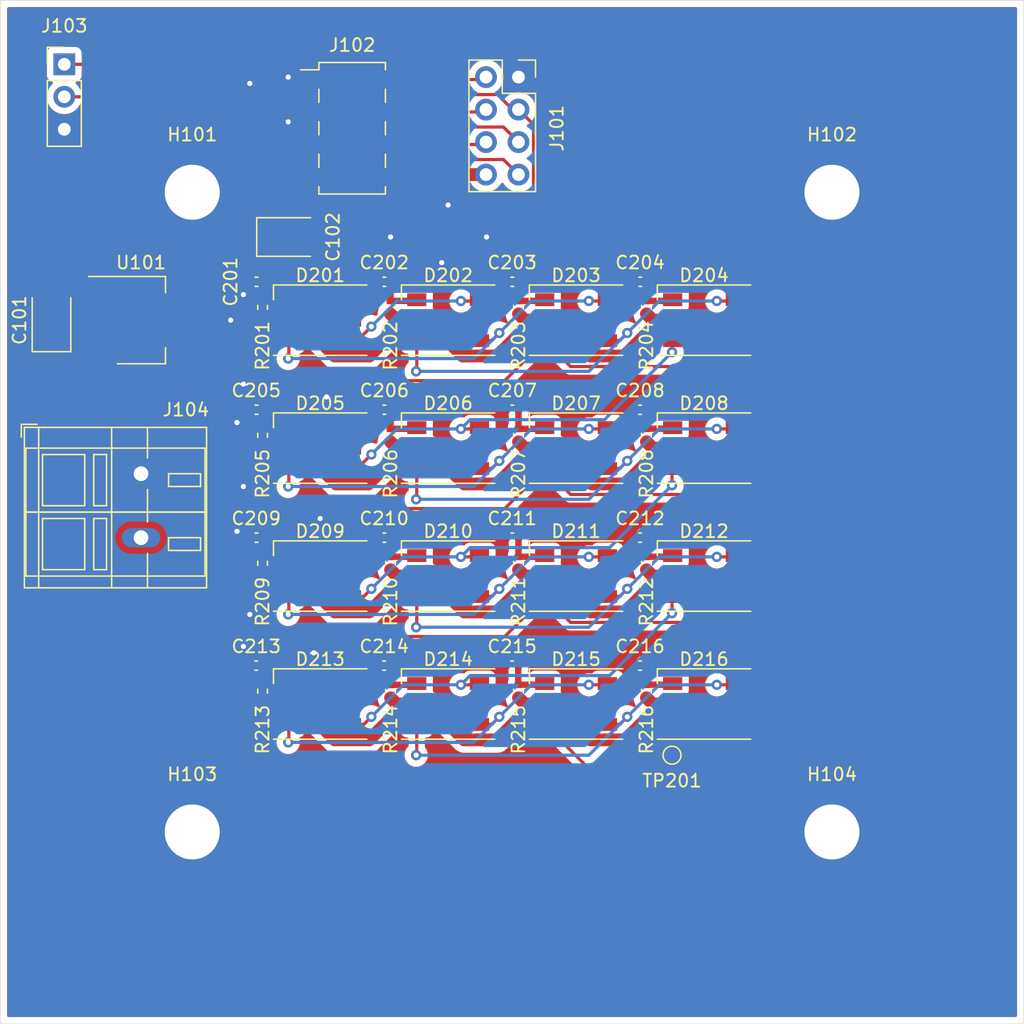
<source format=kicad_pcb>
(kicad_pcb (version 20171130) (host pcbnew "(5.1.9)-1")
  (layers (0 F.Cu signal) (31 B.Cu signal) (34 B.Paste user) (35 F.Paste user) (36 B.SilkS user) (37 F.SilkS user) (38 B.Mask user) (39 F.Mask user) (44 Edge.Cuts user))
  (net 0 "")
  (net 1 GND)
  (net 2 +5V)
  (net 3 +3V3)
  (net 4 "Net-(C201-Pad2)")
  (net 5 "Net-(C202-Pad2)")
  (net 6 "Net-(C203-Pad2)")
  (net 7 "Net-(C204-Pad2)")
  (net 8 "Net-(C205-Pad2)")
  (net 9 "Net-(C206-Pad2)")
  (net 10 "Net-(C207-Pad2)")
  (net 11 "Net-(C208-Pad2)")
  (net 12 "Net-(C209-Pad2)")
  (net 13 "Net-(C210-Pad2)")
  (net 14 "Net-(C211-Pad2)")
  (net 15 "Net-(C212-Pad2)")
  (net 16 "Net-(C213-Pad2)")
  (net 17 "Net-(C214-Pad2)")
  (net 18 "Net-(C215-Pad2)")
  (net 19 "Net-(C216-Pad2)")
  (net 20 /IO2)
  (net 21 "Net-(D201-Pad3)")
  (net 22 "Net-(D202-Pad3)")
  (net 23 "Net-(D203-Pad3)")
  (net 24 "Net-(D204-Pad3)")
  (net 25 "Net-(D205-Pad3)")
  (net 26 "Net-(D206-Pad3)")
  (net 27 /LEDS/DO2)
  (net 28 /LEDS/DO1)
  (net 29 "Net-(D209-Pad3)")
  (net 30 "Net-(D210-Pad3)")
  (net 31 "Net-(D211-Pad3)")
  (net 32 "Net-(D212-Pad3)")
  (net 33 "Net-(D213-Pad3)")
  (net 34 "Net-(D214-Pad3)")
  (net 35 "Net-(D215-Pad3)")
  (net 36 "Net-(D216-Pad3)")
  (net 37 /TX)
  (net 38 "Net-(J101-Pad4)")
  (net 39 /IO0)
  (net 40 "Net-(J101-Pad6)")
  (net 41 /RX)
  (module eurovibes:LOGO (layer F.Cu) (at 151.5 60)
    (fp_text reference G*** hide)
    (fp_text value LOGO hide)
    (fp_poly (pts (xy -0.097854 -0.55415) (xy -0.016023 -0.506188) (xy 0 -0.424512) (xy 0.023733 -0.331935) (xy 0.119657 -0.29102) (xy 0.283009 -0.283008) (xy 0.468163 -0.271142) (xy 0.549994 -0.22318) (xy 0.566017 -0.141504) (xy 0.515988 -0.023255) (xy 0.424513 0) (xy 0.306264 0.050029) (xy 0.283009 0.141504) (xy 0.267519 0.220537) (xy 0.199477 0.263243) (xy 0.04652 0.280407) (xy -0.141504 0.283009) (xy -0.566017 0.283009) (xy -0.566017 -0.141504) (xy -0.283008 -0.141504) (xy -0.232979 -0.023255) (xy -0.141504 0) (xy -0.023255 -0.050029) (xy 0 -0.141504) (xy -0.050029 -0.259752) (xy -0.141504 -0.283008) (xy -0.259752 -0.232979) (xy -0.283008 -0.141504) (xy -0.566017 -0.141504) (xy -0.566017 -0.566017) (xy -0.283008 -0.566017) (xy -0.097854 -0.55415)) (layer F.Cu) (width 0.01))
    (fp_poly (pts (xy 3.655853 1.465071) (xy 3.679109 1.556546) (xy 3.62908 1.674795) (xy 3.537605 1.69805) (xy 3.419356 1.648021) (xy 3.3961 1.556546) (xy 3.44613 1.438298) (xy 3.537605 1.415042) (xy 3.655853 1.465071)) (layer F.Cu) (width 0.01))
    (fp_poly (pts (xy -0.023255 -3.912088) (xy 0 -3.820613) (xy -0.050029 -3.702364) (xy -0.141504 -3.679108) (xy -0.259752 -3.729138) (xy -0.283008 -3.820613) (xy -0.232979 -3.938861) (xy -0.141504 -3.962117) (xy -0.023255 -3.912088)) (layer F.Cu) (width 0.01))
    (fp_poly (pts (xy 3.581255 -3.95025) (xy 3.663086 -3.902288) (xy 3.679109 -3.820613) (xy 3.729138 -3.702364) (xy 3.820613 -3.679108) (xy 3.899646 -3.663619) (xy 3.942351 -3.595577) (xy 3.959516 -3.44262) (xy 3.962117 -3.254596) (xy 3.962117 -2.830083) (xy 2.830084 -2.830083) (xy 2.830084 -3.254596) (xy 2.835247 -3.491695) (xy 2.857928 -3.619811) (xy 2.908913 -3.671304) (xy 2.971588 -3.679108) (xy 3.089836 -3.729138) (xy 3.113092 -3.820613) (xy 3.136825 -3.91319) (xy 3.232749 -3.954105) (xy 3.3961 -3.962117) (xy 3.581255 -3.95025)) (layer F.Cu) (width 0.01))
    (fp_poly (pts (xy 0.566017 -2.830083) (xy -0.566017 -2.830083) (xy -0.566017 -3.3961) (xy 0.566017 -3.3961) (xy 0.566017 -2.830083)) (layer F.Cu) (width 0.01))
    (fp_poly (pts (xy -3.210946 -3.95025) (xy -3.129115 -3.902288) (xy -3.113092 -3.820613) (xy -3.063062 -3.702364) (xy -2.971588 -3.679108) (xy -2.853339 -3.629079) (xy -2.830083 -3.537604) (xy -2.880113 -3.419356) (xy -2.971588 -3.3961) (xy -3.089836 -3.346071) (xy -3.113092 -3.254596) (xy -3.063062 -3.136347) (xy -2.971588 -3.113092) (xy -2.853339 -3.063062) (xy -2.830083 -2.971588) (xy -2.853816 -2.87901) (xy -2.94974 -2.838095) (xy -3.113092 -2.830083) (xy -3.298246 -2.84195) (xy -3.380077 -2.889912) (xy -3.3961 -2.971588) (xy -3.446129 -3.089836) (xy -3.537604 -3.113092) (xy -3.655853 -3.163121) (xy -3.679108 -3.254596) (xy -3.729138 -3.372844) (xy -3.820613 -3.3961) (xy -3.938861 -3.446129) (xy -3.962117 -3.537604) (xy -3.912088 -3.655853) (xy -3.820613 -3.679108) (xy -3.702364 -3.729138) (xy -3.679108 -3.820613) (xy -3.655376 -3.91319) (xy -3.559452 -3.954105) (xy -3.3961 -3.962117) (xy -3.210946 -3.95025)) (layer F.Cu) (width 0.01))
    (fp_poly (pts (xy 1.957803 -2.214037) (xy 1.981059 -2.122562) (xy 2.031088 -2.004314) (xy 2.122563 -1.981058) (xy 2.240811 -1.931029) (xy 2.264067 -1.839554) (xy 2.240334 -1.746977) (xy 2.14441 -1.706061) (xy 1.981059 -1.69805) (xy 1.79991 -1.704858) (xy 1.719417 -1.752515) (xy 1.698731 -1.881869) (xy 1.69805 -1.981058) (xy 1.709917 -2.166213) (xy 1.757879 -2.248044) (xy 1.839555 -2.264067) (xy 1.957803 -2.214037)) (layer F.Cu) (width 0.01))
    (fp_poly (pts (xy 1.957803 -1.365012) (xy 1.981059 -1.273537) (xy 1.931029 -1.155289) (xy 1.839555 -1.132033) (xy 1.721306 -1.182063) (xy 1.69805 -1.273537) (xy 1.74808 -1.391786) (xy 1.839555 -1.415042) (xy 1.957803 -1.365012)) (layer F.Cu) (width 0.01))
    (fp_poly (pts (xy 1.344041 -2.25225) (xy 1.386296 -2.197823) (xy 1.407417 -2.072322) (xy 1.414521 -1.847285) (xy 1.415042 -1.69805) (xy 1.412088 -1.416036) (xy 1.398481 -1.247018) (xy 1.367106 -1.162533) (xy 1.310846 -1.134116) (xy 1.273538 -1.132033) (xy 1.203034 -1.14385) (xy 1.16078 -1.198277) (xy 1.139659 -1.323777) (xy 1.132554 -1.548815) (xy 1.132034 -1.69805) (xy 1.134988 -1.980064) (xy 1.148595 -2.149082) (xy 1.17997 -2.233567) (xy 1.236229 -2.261984) (xy 1.273538 -2.264067) (xy 1.344041 -2.25225)) (layer F.Cu) (width 0.01))
    (fp_poly (pts (xy -1.132033 -1.132033) (xy -1.556546 -1.132033) (xy -1.793645 -1.137196) (xy -1.92176 -1.159877) (xy -1.973254 -1.210863) (xy -1.981058 -1.273537) (xy -2.031088 -1.391786) (xy -2.122562 -1.415042) (xy -2.201595 -1.430531) (xy -2.244301 -1.498573) (xy -2.250806 -1.556546) (xy -1.981058 -1.556546) (xy -1.957325 -1.463969) (xy -1.861402 -1.423053) (xy -1.69805 -1.415042) (xy -1.512896 -1.426908) (xy -1.431065 -1.47487) (xy -1.415042 -1.556546) (xy -1.438774 -1.649123) (xy -1.534698 -1.690038) (xy -1.69805 -1.69805) (xy -1.883204 -1.686184) (xy -1.965035 -1.638222) (xy -1.981058 -1.556546) (xy -2.250806 -1.556546) (xy -2.261465 -1.65153) (xy -2.264067 -1.839554) (xy -2.258903 -2.076653) (xy -2.236223 -2.204769) (xy -2.185237 -2.256262) (xy -2.122562 -2.264067) (xy -2.004314 -2.214037) (xy -1.981058 -2.122562) (xy -1.931029 -2.004314) (xy -1.839554 -1.981058) (xy -1.721306 -2.031088) (xy -1.69805 -2.122562) (xy -1.674317 -2.21514) (xy -1.578393 -2.256055) (xy -1.415042 -2.264067) (xy -1.132033 -2.264067) (xy -1.132033 -1.132033)) (layer F.Cu) (width 0.01))
    (fp_poly (pts (xy 3.347173 -0.542284) (xy 3.388089 -0.44636) (xy 3.3961 -0.283008) (xy 3.402909 -0.10186) (xy 3.450565 -0.021367) (xy 3.57992 -0.00068) (xy 3.679109 0) (xy 3.860257 0.006808) (xy 3.94075 0.054465) (xy 3.961437 0.18382) (xy 3.962117 0.283009) (xy 3.962117 0.566017) (xy 3.3961 0.566017) (xy 3.114087 0.563063) (xy 2.945069 0.549456) (xy 2.860583 0.518081) (xy 2.832167 0.461821) (xy 2.830084 0.424513) (xy 2.880113 0.306264) (xy 2.971588 0.283009) (xy 3.089836 0.232979) (xy 3.113092 0.141504) (xy 3.063063 0.023256) (xy 2.971588 0) (xy 2.853339 -0.050029) (xy 2.830084 -0.141504) (xy 2.880113 -0.259752) (xy 2.971588 -0.283008) (xy 3.089836 -0.333037) (xy 3.113092 -0.424512) (xy 3.163121 -0.542761) (xy 3.254596 -0.566017) (xy 3.347173 -0.542284)) (layer F.Cu) (width 0.01))
    (fp_poly (pts (xy -3.419356 -0.515987) (xy -3.3961 -0.424512) (xy -3.446129 -0.306264) (xy -3.537604 -0.283008) (xy -3.655853 -0.232979) (xy -3.679108 -0.141504) (xy -3.629079 -0.023255) (xy -3.537604 0) (xy -3.419356 0.050029) (xy -3.3961 0.141504) (xy -3.346071 0.259753) (xy -3.254596 0.283009) (xy -3.136347 0.333038) (xy -3.113092 0.424513) (xy -3.163121 0.542761) (xy -3.254596 0.566017) (xy -3.372844 0.515988) (xy -3.3961 0.424513) (xy -3.446129 0.306264) (xy -3.537604 0.283009) (xy -3.655853 0.333038) (xy -3.679108 0.424513) (xy -3.729138 0.542761) (xy -3.820613 0.566017) (xy -3.899646 0.550527) (xy -3.942351 0.482485) (xy -3.959515 0.329529) (xy -3.962117 0.141504) (xy -3.956954 -0.095594) (xy -3.934273 -0.22371) (xy -3.883287 -0.275204) (xy -3.820613 -0.283008) (xy -3.702364 -0.333037) (xy -3.679108 -0.424512) (xy -3.629079 -0.542761) (xy -3.537604 -0.566017) (xy -3.419356 -0.515987)) (layer F.Cu) (width 0.01))
    (fp_poly (pts (xy 1.391786 1.182063) (xy 1.415042 1.273538) (xy 1.365013 1.391786) (xy 1.273538 1.415042) (xy 1.155289 1.365013) (xy 1.132034 1.273538) (xy 1.182063 1.155289) (xy 1.273538 1.132034) (xy 1.391786 1.182063)) (layer F.Cu) (width 0.01))
    (fp_poly (pts (xy 1.957803 1.465071) (xy 1.981059 1.556546) (xy 1.931029 1.674795) (xy 1.839555 1.69805) (xy 1.721306 1.74808) (xy 1.69805 1.839555) (xy 1.74808 1.957803) (xy 1.839555 1.981059) (xy 1.957803 2.031088) (xy 1.981059 2.122563) (xy 1.931029 2.240811) (xy 1.839555 2.264067) (xy 1.721306 2.214038) (xy 1.69805 2.122563) (xy 1.648021 2.004314) (xy 1.556546 1.981059) (xy 1.438298 2.031088) (xy 1.415042 2.122563) (xy 1.365013 2.240811) (xy 1.273538 2.264067) (xy 1.180961 2.240334) (xy 1.140045 2.14441) (xy 1.132034 1.981059) (xy 1.138842 1.79991) (xy 1.186499 1.719417) (xy 1.315853 1.698731) (xy 1.415042 1.69805) (xy 1.600196 1.686184) (xy 1.682027 1.638222) (xy 1.69805 1.556546) (xy 1.74808 1.438298) (xy 1.839555 1.415042) (xy 1.957803 1.465071)) (layer F.Cu) (width 0.01))
    (fp_poly (pts (xy -2.04353 1.147523) (xy -2.000824 1.215566) (xy -1.98366 1.368522) (xy -1.981058 1.556546) (xy -1.975895 1.793645) (xy -1.953214 1.921761) (xy -1.902229 1.973254) (xy -1.839554 1.981059) (xy -1.746977 1.957326) (xy -1.706061 1.861402) (xy -1.69805 1.69805) (xy -1.686184 1.512896) (xy -1.638222 1.431065) (xy -1.556546 1.415042) (xy -1.438297 1.465071) (xy -1.415042 1.556546) (xy -1.365012 1.674795) (xy -1.273537 1.69805) (xy -1.155289 1.74808) (xy -1.132033 1.839555) (xy -1.182063 1.957803) (xy -1.273537 1.981059) (xy -1.391786 2.031088) (xy -1.415042 2.122563) (xy -1.438774 2.21514) (xy -1.534698 2.256056) (xy -1.69805 2.264067) (xy -1.883204 2.252201) (xy -1.965035 2.204239) (xy -1.981058 2.122563) (xy -2.031088 2.004314) (xy -2.122562 1.981059) (xy -2.201595 1.965569) (xy -2.244301 1.897527) (xy -2.261465 1.744571) (xy -2.264067 1.556546) (xy -2.258903 1.319447) (xy -2.236223 1.191332) (xy -2.185237 1.139838) (xy -2.122562 1.132034) (xy -2.04353 1.147523)) (layer F.Cu) (width 0.01))
    (fp_poly (pts (xy 2.547075 -0.849025) (xy 2.547075 0.849025) (xy 0.849025 0.849025) (xy 0.849025 2.547075) (xy -0.849025 2.547075) (xy -0.849025 1.273538) (xy -0.283008 1.273538) (xy -0.232979 1.391786) (xy -0.141504 1.415042) (xy -0.023255 1.465071) (xy 0 1.556546) (xy 0.023733 1.649123) (xy 0.119657 1.690039) (xy 0.283009 1.69805) (xy 0.468163 1.686184) (xy 0.549994 1.638222) (xy 0.566017 1.556546) (xy 0.515988 1.438298) (xy 0.424513 1.415042) (xy 0.306264 1.365013) (xy 0.283009 1.273538) (xy 0.259276 1.180961) (xy 0.163352 1.140045) (xy 0 1.132034) (xy -0.185154 1.1439) (xy -0.266985 1.191862) (xy -0.283008 1.273538) (xy -0.849025 1.273538) (xy -0.849025 0.849025) (xy -2.547075 0.849025) (xy -2.547075 0.141504) (xy -2.264067 0.141504) (xy -2.258903 0.378603) (xy -2.236223 0.506719) (xy -2.185237 0.558213) (xy -2.122562 0.566017) (xy -2.004314 0.515988) (xy -1.981058 0.424513) (xy -1.957325 0.331936) (xy -1.861402 0.29102) (xy -1.69805 0.283009) (xy -1.512896 0.294875) (xy -1.431065 0.342837) (xy -1.415042 0.424513) (xy -1.365012 0.542761) (xy -1.273537 0.566017) (xy -1.155289 0.515988) (xy -1.132033 0.424513) (xy -1.182063 0.306264) (xy -1.273537 0.283009) (xy -1.391786 0.232979) (xy -1.415042 0.141504) (xy -1.365012 0.023256) (xy -1.273537 0) (xy -1.155289 -0.050029) (xy -1.132033 -0.141504) (xy -1.155766 -0.234081) (xy -1.25169 -0.274997) (xy -1.415042 -0.283008) (xy -1.600196 -0.294875) (xy -1.682027 -0.342836) (xy -1.69805 -0.424512) (xy -1.748079 -0.542761) (xy -1.839554 -0.566017) (xy -1.957803 -0.515987) (xy -1.981058 -0.424512) (xy -2.031088 -0.306264) (xy -2.122562 -0.283008) (xy -2.201595 -0.267519) (xy -2.244301 -0.199476) (xy -2.261465 -0.04652) (xy -2.264067 0.141504) (xy -2.547075 0.141504) (xy -2.547075 -0.849025) (xy -0.849025 -0.849025) (xy -0.849025 0.849025) (xy 0.849025 0.849025) (xy 0.849025 0.141504) (xy 1.132034 0.141504) (xy 1.182063 0.259753) (xy 1.273538 0.283009) (xy 1.391786 0.333038) (xy 1.415042 0.424513) (xy 1.465071 0.542761) (xy 1.556546 0.566017) (xy 1.674795 0.515988) (xy 1.69805 0.424513) (xy 1.648021 0.306264) (xy 1.556546 0.283009) (xy 1.438298 0.232979) (xy 1.415042 0.141504) (xy 1.465071 0.023256) (xy 1.556546 0) (xy 1.674795 -0.050029) (xy 1.69805 -0.141504) (xy 1.74808 -0.259752) (xy 1.839555 -0.283008) (xy 1.957803 -0.333037) (xy 1.981059 -0.424512) (xy 1.957326 -0.517089) (xy 1.861402 -0.558005) (xy 1.69805 -0.566017) (xy 1.516902 -0.559208) (xy 1.436409 -0.511552) (xy 1.415723 -0.382197) (xy 1.415042 -0.283008) (xy 1.403176 -0.097854) (xy 1.355214 -0.016023) (xy 1.273538 0) (xy 1.155289 0.050029) (xy 1.132034 0.141504) (xy 0.849025 0.141504) (xy 0.849025 -0.849025) (xy -0.849025 -0.849025) (xy -0.849025 -1.273537) (xy -0.566017 -1.273537) (xy -0.515987 -1.155289) (xy -0.424512 -1.132033) (xy -0.306264 -1.182063) (xy -0.283008 -1.273537) (xy 0 -1.273537) (xy 0.050029 -1.155289) (xy 0.141504 -1.132033) (xy 0.259753 -1.182063) (xy 0.283009 -1.273537) (xy 0.232979 -1.391786) (xy 0.141504 -1.415042) (xy 0.023256 -1.365012) (xy 0 -1.273537) (xy -0.283008 -1.273537) (xy -0.333037 -1.391786) (xy -0.424512 -1.415042) (xy -0.542761 -1.365012) (xy -0.566017 -1.273537) (xy -0.849025 -1.273537) (xy -0.849025 -2.122562) (xy -0.283008 -2.122562) (xy -0.232979 -2.004314) (xy -0.141504 -1.981058) (xy 0.283009 -1.981058) (xy 0.294875 -1.795904) (xy 0.342837 -1.714073) (xy 0.424513 -1.69805) (xy 0.51709 -1.721783) (xy 0.558005 -1.817707) (xy 0.566017 -1.981058) (xy 0.554151 -2.166213) (xy 0.506189 -2.248044) (xy 0.424513 -2.264067) (xy 0.331936 -2.240334) (xy 0.29102 -2.14441) (xy 0.283009 -1.981058) (xy -0.141504 -1.981058) (xy -0.023255 -2.031088) (xy 0 -2.122562) (xy -0.050029 -2.240811) (xy -0.141504 -2.264067) (xy -0.259752 -2.214037) (xy -0.283008 -2.122562) (xy -0.849025 -2.122562) (xy -0.849025 -2.547075) (xy 0.849025 -2.547075) (xy 0.849025 -0.849025) (xy 2.547075 -0.849025)) (layer F.Cu) (width 0.01))
    (fp_poly (pts (xy 3.774704 2.835247) (xy 3.902819 2.857928) (xy 3.954313 2.908913) (xy 3.962117 2.971588) (xy 3.912088 3.089836) (xy 3.820613 3.113092) (xy 3.702365 3.163121) (xy 3.679109 3.254596) (xy 3.729138 3.372845) (xy 3.820613 3.3961) (xy 3.91319 3.419833) (xy 3.954106 3.515757) (xy 3.962117 3.679109) (xy 3.962117 3.962117) (xy 2.830084 3.962117) (xy 2.830084 3.537605) (xy 2.833165 3.3961) (xy 3.113092 3.3961) (xy 3.124959 3.581255) (xy 3.17292 3.663086) (xy 3.254596 3.679109) (xy 3.347173 3.655376) (xy 3.388089 3.559452) (xy 3.3961 3.3961) (xy 3.384234 3.210946) (xy 3.336272 3.129115) (xy 3.254596 3.113092) (xy 3.162019 3.136825) (xy 3.121104 3.232749) (xy 3.113092 3.3961) (xy 2.833165 3.3961) (xy 2.835247 3.300506) (xy 2.857928 3.17239) (xy 2.908913 3.120896) (xy 2.971588 3.113092) (xy 3.089836 3.063063) (xy 3.113092 2.971588) (xy 3.128582 2.892555) (xy 3.196624 2.84985) (xy 3.34958 2.832685) (xy 3.537605 2.830084) (xy 3.774704 2.835247)) (layer F.Cu) (width 0.01))
    (fp_poly (pts (xy 0.185155 2.84195) (xy 0.266986 2.889912) (xy 0.283009 2.971588) (xy 0.333038 3.089836) (xy 0.424513 3.113092) (xy 0.51709 3.136825) (xy 0.558005 3.232749) (xy 0.566017 3.3961) (xy 0.554151 3.581255) (xy 0.506189 3.663086) (xy 0.424513 3.679109) (xy 0.331936 3.655376) (xy 0.29102 3.559452) (xy 0.283009 3.3961) (xy 0.271142 3.210946) (xy 0.22318 3.129115) (xy 0.141504 3.113092) (xy 0.062471 3.128582) (xy 0.019766 3.196624) (xy 0.002602 3.34958) (xy 0 3.537605) (xy -0.005163 3.774704) (xy -0.027844 3.902819) (xy -0.078829 3.954313) (xy -0.141504 3.962117) (xy -0.259752 3.912088) (xy -0.283008 3.820613) (xy -0.333037 3.702365) (xy -0.424512 3.679109) (xy -0.542761 3.62908) (xy -0.566017 3.537605) (xy -0.515987 3.419356) (xy -0.424512 3.3961) (xy -0.331935 3.372368) (xy -0.29102 3.276444) (xy -0.283008 3.113092) (xy -0.2762 2.931944) (xy -0.228543 2.851451) (xy -0.099189 2.830764) (xy 0 2.830084) (xy 0.185155 2.84195)) (layer F.Cu) (width 0.01))
    (fp_poly (pts (xy -3.210946 2.84195) (xy -3.129115 2.889912) (xy -3.113092 2.971588) (xy -3.063062 3.089836) (xy -2.971588 3.113092) (xy -2.87901 3.136825) (xy -2.838095 3.232749) (xy -2.830083 3.3961) (xy -2.84195 3.581255) (xy -2.889912 3.663086) (xy -2.971588 3.679109) (xy -3.089836 3.729138) (xy -3.113092 3.820613) (xy -3.136825 3.91319) (xy -3.232748 3.954106) (xy -3.3961 3.962117) (xy -3.581254 3.950251) (xy -3.663085 3.902289) (xy -3.679108 3.820613) (xy -3.729138 3.702365) (xy -3.820613 3.679109) (xy -3.91319 3.655376) (xy -3.954105 3.559452) (xy -3.962117 3.3961) (xy -3.679108 3.3961) (xy -3.6723 3.577249) (xy -3.624643 3.657742) (xy -3.495289 3.678428) (xy -3.3961 3.679109) (xy -3.210946 3.667242) (xy -3.129115 3.619281) (xy -3.113092 3.537605) (xy -3.163121 3.419356) (xy -3.254596 3.3961) (xy -3.372844 3.346071) (xy -3.3961 3.254596) (xy -3.446129 3.136348) (xy -3.537604 3.113092) (xy -3.630181 3.136825) (xy -3.671097 3.232749) (xy -3.679108 3.3961) (xy -3.962117 3.3961) (xy -3.95025 3.210946) (xy -3.902288 3.129115) (xy -3.820613 3.113092) (xy -3.702364 3.063063) (xy -3.679108 2.971588) (xy -3.655376 2.879011) (xy -3.559452 2.838095) (xy -3.3961 2.830084) (xy -3.210946 2.84195)) (layer F.Cu) (width 0.01))
    (fp_poly (pts (xy 4.528134 4.528134) (xy -4.528133 4.528134) (xy -4.528133 2.547075) (xy -4.245125 2.547075) (xy -4.245125 4.245126) (xy -2.547075 4.245126) (xy -2.547075 3.820613) (xy -2.264067 3.820613) (xy -2.240334 3.91319) (xy -2.14441 3.954106) (xy -1.981058 3.962117) (xy -1.79991 3.955309) (xy -1.719417 3.907652) (xy -1.69873 3.778298) (xy -1.69805 3.679109) (xy -1.686184 3.493955) (xy -1.638222 3.412123) (xy -1.556546 3.3961) (xy -1.438297 3.44613) (xy -1.415042 3.537605) (xy -1.365012 3.655853) (xy -1.273537 3.679109) (xy -1.18096 3.655376) (xy -1.140045 3.559452) (xy -1.132033 3.3961) (xy -1.1439 3.210946) (xy -1.191862 3.129115) (xy -1.273537 3.113092) (xy -1.391786 3.063063) (xy -1.415042 2.971588) (xy -1.465071 2.853339) (xy -1.556546 2.830084) (xy -1.649123 2.853817) (xy -1.690038 2.94974) (xy -1.69805 3.113092) (xy -1.709916 3.298246) (xy -1.757878 3.380078) (xy -1.839554 3.3961) (xy -1.957803 3.44613) (xy -1.981058 3.537605) (xy -2.031088 3.655853) (xy -2.122562 3.679109) (xy -2.240811 3.729138) (xy -2.264067 3.820613) (xy -2.547075 3.820613) (xy -2.547075 2.971588) (xy -2.264067 2.971588) (xy -2.214037 3.089836) (xy -2.122562 3.113092) (xy -2.004314 3.063063) (xy -1.981058 2.971588) (xy -2.031088 2.853339) (xy -2.122562 2.830084) (xy -2.240811 2.880113) (xy -2.264067 2.971588) (xy -2.547075 2.971588) (xy -2.547075 2.547075) (xy -4.245125 2.547075) (xy -4.528133 2.547075) (xy -4.528133 1.415042) (xy -3.962117 1.415042) (xy -3.95025 1.600196) (xy -3.902288 1.682027) (xy -3.820613 1.69805) (xy -3.728035 1.674318) (xy -3.68712 1.578394) (xy -3.679108 1.415042) (xy -3.690975 1.229888) (xy -3.738937 1.148057) (xy -3.820613 1.132034) (xy -3.3961 1.132034) (xy -3.3961 2.264067) (xy -2.830083 2.264067) (xy -2.830083 1.132034) (xy -3.3961 1.132034) (xy -3.820613 1.132034) (xy -3.91319 1.155766) (xy -3.954105 1.25169) (xy -3.962117 1.415042) (xy -4.528133 1.415042) (xy -4.528133 -0.849025) (xy -4.245125 -0.849025) (xy -4.245125 0.849025) (xy -2.547075 0.849025) (xy -2.547075 2.547075) (xy -0.849025 2.547075) (xy -0.849025 4.245126) (xy 0.849025 4.245126) (xy 0.849025 3.254596) (xy 1.132034 3.254596) (xy 1.137197 3.491695) (xy 1.159878 3.619811) (xy 1.210863 3.671304) (xy 1.273538 3.679109) (xy 1.391786 3.729138) (xy 1.415042 3.820613) (xy 1.438775 3.91319) (xy 1.534699 3.954106) (xy 1.69805 3.962117) (xy 1.981059 3.962117) (xy 1.981059 3.3961) (xy 1.978104 3.114087) (xy 1.964498 2.945069) (xy 1.933123 2.860583) (xy 1.876863 2.832167) (xy 1.839555 2.830084) (xy 1.721306 2.880113) (xy 1.69805 2.971588) (xy 1.648021 3.089836) (xy 1.556546 3.113092) (xy 1.438298 3.063063) (xy 1.415042 2.971588) (xy 1.365013 2.853339) (xy 1.273538 2.830084) (xy 1.194505 2.845573) (xy 1.1518 2.913616) (xy 1.134635 3.066572) (xy 1.132034 3.254596) (xy 0.849025 3.254596) (xy 0.849025 2.547075) (xy 2.547075 2.547075) (xy 2.547075 4.245126) (xy 4.245126 4.245126) (xy 4.245126 2.547075) (xy 2.547075 2.547075) (xy 2.547075 1.415042) (xy 2.830084 1.415042) (xy 2.836892 1.59619) (xy 2.884549 1.676683) (xy 3.013903 1.69737) (xy 3.113092 1.69805) (xy 3.298246 1.709917) (xy 3.380078 1.757879) (xy 3.3961 1.839555) (xy 3.346071 1.957803) (xy 3.254596 1.981059) (xy 3.136348 2.031088) (xy 3.113092 2.122563) (xy 3.136825 2.21514) (xy 3.232749 2.256056) (xy 3.3961 2.264067) (xy 3.577249 2.257259) (xy 3.657742 2.209602) (xy 3.678428 2.080248) (xy 3.679109 1.981059) (xy 3.690975 1.795904) (xy 3.738937 1.714073) (xy 3.820613 1.69805) (xy 3.938862 1.648021) (xy 3.962117 1.556546) (xy 3.912088 1.438298) (xy 3.820613 1.415042) (xy 3.702365 1.365013) (xy 3.679109 1.273538) (xy 3.62908 1.155289) (xy 3.537605 1.132034) (xy 3.419356 1.182063) (xy 3.3961 1.273538) (xy 3.346071 1.391786) (xy 3.254596 1.415042) (xy 3.136348 1.365013) (xy 3.113092 1.273538) (xy 3.063063 1.155289) (xy 2.971588 1.132034) (xy 2.879011 1.155766) (xy 2.838095 1.25169) (xy 2.830084 1.415042) (xy 2.547075 1.415042) (xy 2.547075 0.849025) (xy 4.245126 0.849025) (xy 4.245126 -0.849025) (xy 2.547075 -0.849025) (xy 2.547075 -2.122562) (xy 2.830084 -2.122562) (xy 2.880113 -2.004314) (xy 2.971588 -1.981058) (xy 3.089836 -1.931029) (xy 3.113092 -1.839554) (xy 3.063063 -1.721306) (xy 2.971588 -1.69805) (xy 2.853339 -1.648021) (xy 2.830084 -1.556546) (xy 2.880113 -1.438297) (xy 2.971588 -1.415042) (xy 3.089836 -1.465071) (xy 3.113092 -1.556546) (xy 3.163121 -1.674794) (xy 3.254596 -1.69805) (xy 3.347173 -1.674317) (xy 3.388089 -1.578393) (xy 3.3961 -1.415042) (xy 3.402909 -1.233893) (xy 3.450565 -1.1534) (xy 3.57992 -1.132714) (xy 3.679109 -1.132033) (xy 3.962117 -1.132033) (xy 3.962117 -1.69805) (xy 3.959163 -1.980064) (xy 3.945556 -2.149082) (xy 3.914181 -2.233567) (xy 3.857922 -2.261984) (xy 3.820613 -2.264067) (xy 3.728036 -2.240334) (xy 3.68712 -2.14441) (xy 3.679109 -1.981058) (xy 3.667242 -1.795904) (xy 3.619281 -1.714073) (xy 3.537605 -1.69805) (xy 3.419356 -1.748079) (xy 3.3961 -1.839554) (xy 3.346071 -1.957803) (xy 3.254596 -1.981058) (xy 3.136348 -2.031088) (xy 3.113092 -2.122562) (xy 3.063063 -2.240811) (xy 2.971588 -2.264067) (xy 2.853339 -2.214037) (xy 2.830084 -2.122562) (xy 2.547075 -2.122562) (xy 2.547075 -2.547075) (xy 0.849025 -2.547075) (xy 0.849025 -3.679108) (xy 1.132034 -3.679108) (xy 1.132034 -3.3961) (xy 2.264067 -3.3961) (xy 2.264067 -3.679108) (xy 2.257259 -3.860257) (xy 2.209602 -3.94075) (xy 2.080248 -3.961436) (xy 1.981059 -3.962117) (xy 1.795904 -3.95025) (xy 1.714073 -3.902288) (xy 1.69805 -3.820613) (xy 1.648021 -3.702364) (xy 1.556546 -3.679108) (xy 1.438298 -3.729138) (xy 1.415042 -3.820613) (xy 1.365013 -3.938861) (xy 1.273538 -3.962117) (xy 1.180961 -3.938384) (xy 1.140045 -3.84246) (xy 1.132034 -3.679108) (xy 0.849025 -3.679108) (xy 0.849025 -4.245125) (xy 2.547075 -4.245125) (xy 2.547075 -2.547075) (xy 4.245126 -2.547075) (xy 4.245126 -4.245125) (xy 2.547075 -4.245125) (xy 0.849025 -4.245125) (xy -0.849025 -4.245125) (xy -0.849025 -2.547075) (xy -2.547075 -2.547075) (xy -2.547075 -0.849025) (xy -4.245125 -0.849025) (xy -4.528133 -0.849025) (xy -4.528133 -1.415042) (xy -3.962117 -1.415042) (xy -3.95025 -1.229887) (xy -3.902288 -1.148056) (xy -3.820613 -1.132033) (xy -3.728035 -1.155766) (xy -3.68712 -1.25169) (xy -3.679108 -1.415042) (xy -3.688177 -1.556546) (xy -3.3961 -1.556546) (xy -3.3961 -1.132033) (xy -3.113092 -1.132033) (xy -2.927937 -1.1439) (xy -2.846106 -1.191862) (xy -2.830083 -1.273537) (xy -2.880113 -1.391786) (xy -2.971588 -1.415042) (xy -3.089836 -1.465071) (xy -3.113092 -1.556546) (xy -3.063062 -1.674794) (xy -2.971588 -1.69805) (xy -2.87901 -1.721783) (xy -2.838095 -1.817707) (xy -2.830083 -1.981058) (xy -2.84195 -2.166213) (xy -2.889912 -2.248044) (xy -2.971588 -2.264067) (xy -3.089836 -2.214037) (xy -3.113092 -2.122562) (xy -3.163121 -2.004314) (xy -3.254596 -1.981058) (xy -3.333629 -1.965569) (xy -3.376334 -1.897526) (xy -3.393499 -1.74457) (xy -3.3961 -1.556546) (xy -3.688177 -1.556546) (xy -3.690975 -1.600196) (xy -3.738937 -1.682027) (xy -3.820613 -1.69805) (xy -3.91319 -1.674317) (xy -3.954105 -1.578393) (xy -3.962117 -1.415042) (xy -4.528133 -1.415042) (xy -4.528133 -2.122562) (xy -3.962117 -2.122562) (xy -3.912088 -2.004314) (xy -3.820613 -1.981058) (xy -3.702364 -2.031088) (xy -3.679108 -2.122562) (xy -3.729138 -2.240811) (xy -3.820613 -2.264067) (xy -3.938861 -2.214037) (xy -3.962117 -2.122562) (xy -4.528133 -2.122562) (xy -4.528133 -4.245125) (xy -4.245125 -4.245125) (xy -4.245125 -2.547075) (xy -2.547075 -2.547075) (xy -2.547075 -3.679108) (xy -2.264067 -3.679108) (xy -2.264067 -3.3961) (xy -1.132033 -3.3961) (xy -1.132033 -3.679108) (xy -1.138841 -3.860257) (xy -1.186498 -3.94075) (xy -1.315853 -3.961436) (xy -1.415042 -3.962117) (xy -1.600196 -3.95025) (xy -1.682027 -3.902288) (xy -1.69805 -3.820613) (xy -1.748079 -3.702364) (xy -1.839554 -3.679108) (xy -1.957803 -3.729138) (xy -1.981058 -3.820613) (xy -2.031088 -3.938861) (xy -2.122562 -3.962117) (xy -2.21514 -3.938384) (xy -2.256055 -3.84246) (xy -2.264067 -3.679108) (xy -2.547075 -3.679108) (xy -2.547075 -4.245125) (xy -4.245125 -4.245125) (xy -4.528133 -4.245125) (xy -4.528133 -4.528133) (xy 4.528134 -4.528133) (xy 4.528134 4.528134)) (layer F.Cu) (width 0.01))
  )
  (module Capacitor_Tantalum_SMD:CP_EIA-3528-21_Kemet-B (layer F.Cu) (at 104 75 90)
    (fp_text reference C101 (at 0 -2.5 90) (layer F.SilkS))
    (fp_text value 22µ)
    (pad 2 smd roundrect (at 1.5375 0 90) (size 1.325 2.35) (layers F.Cu F.Paste F.Mask) (roundrect_rratio 0.188679) (net 1 GND))
    (pad 1 smd roundrect (at -1.5375 0 90) (size 1.325 2.35) (layers F.Cu F.Paste F.Mask) (roundrect_rratio 0.188679) (net 2 +5V))
  )
  (module Capacitor_Tantalum_SMD:CP_EIA-3528-21_Kemet-B (layer F.Cu) (at 122.5 68.5)
    (fp_text reference C102 (at 3.5 0 90) (layer F.SilkS))
    (fp_text value 22µ)
    (pad 1 smd roundrect (at -1.5375 0) (size 1.325 2.35) (layers F.Cu F.Paste F.Mask) (roundrect_rratio 0.188679) (net 3 +3V3))
    (pad 2 smd roundrect (at 1.5375 0) (size 1.325 2.35) (layers F.Cu F.Paste F.Mask) (roundrect_rratio 0.188679) (net 1 GND))
  )
  (module Capacitor_SMD:C_0402_1005Metric (layer F.Cu) (at 120.02 72)
    (fp_text reference C201 (at -2.02 0 90) (layer F.SilkS))
    (fp_text value 100n)
    (pad 1 smd roundrect (at -0.48 0) (size 0.56 0.62) (layers F.Cu F.Paste F.Mask) (net 1 GND))
    (pad 2 smd roundrect (at 0.48 0) (size 0.56 0.62) (layers F.Cu F.Paste F.Mask) (net 4 "Net-(C201-Pad2)"))
  )
  (module Capacitor_SMD:C_0402_1005Metric (layer F.Cu) (at 130.02 72)
    (fp_text reference C202 (at -0.02 -1.5) (layer F.SilkS))
    (fp_text value 100n)
    (pad 1 smd roundrect (at -0.48 0) (size 0.56 0.62) (layers F.Cu F.Paste F.Mask) (net 1 GND))
    (pad 2 smd roundrect (at 0.48 0) (size 0.56 0.62) (layers F.Cu F.Paste F.Mask) (net 5 "Net-(C202-Pad2)"))
  )
  (module Capacitor_SMD:C_0402_1005Metric (layer F.Cu) (at 140.02 72)
    (fp_text reference C203 (at -0.02 -1.5) (layer F.SilkS))
    (fp_text value 100n)
    (pad 2 smd roundrect (at 0.48 0) (size 0.56 0.62) (layers F.Cu F.Paste F.Mask) (net 6 "Net-(C203-Pad2)"))
    (pad 1 smd roundrect (at -0.48 0) (size 0.56 0.62) (layers F.Cu F.Paste F.Mask) (net 1 GND))
  )
  (module Capacitor_SMD:C_0402_1005Metric (layer F.Cu) (at 150.02 72)
    (fp_text reference C204 (at -0.02 -1.5) (layer F.SilkS))
    (fp_text value 100n)
    (pad 2 smd roundrect (at 0.48 0) (size 0.56 0.62) (layers F.Cu F.Paste F.Mask) (net 7 "Net-(C204-Pad2)"))
    (pad 1 smd roundrect (at -0.48 0) (size 0.56 0.62) (layers F.Cu F.Paste F.Mask) (net 1 GND))
  )
  (module Capacitor_SMD:C_0402_1005Metric (layer F.Cu) (at 120.02 82)
    (fp_text reference C205 (at -0.02 -1.5) (layer F.SilkS))
    (fp_text value 100n)
    (pad 2 smd roundrect (at 0.48 0) (size 0.56 0.62) (layers F.Cu F.Paste F.Mask) (net 8 "Net-(C205-Pad2)"))
    (pad 1 smd roundrect (at -0.48 0) (size 0.56 0.62) (layers F.Cu F.Paste F.Mask) (net 1 GND))
  )
  (module Capacitor_SMD:C_0402_1005Metric (layer F.Cu) (at 130.02 82)
    (fp_text reference C206 (at 0 -1.5) (layer F.SilkS))
    (fp_text value 100n)
    (pad 2 smd roundrect (at 0.48 0) (size 0.56 0.62) (layers F.Cu F.Paste F.Mask) (net 9 "Net-(C206-Pad2)"))
    (pad 1 smd roundrect (at -0.48 0) (size 0.56 0.62) (layers F.Cu F.Paste F.Mask) (net 1 GND))
  )
  (module Capacitor_SMD:C_0402_1005Metric (layer F.Cu) (at 140.02 82)
    (fp_text reference C207 (at 0 -1.5) (layer F.SilkS))
    (fp_text value 100n)
    (pad 2 smd roundrect (at 0.48 0) (size 0.56 0.62) (layers F.Cu F.Paste F.Mask) (net 10 "Net-(C207-Pad2)"))
    (pad 1 smd roundrect (at -0.48 0) (size 0.56 0.62) (layers F.Cu F.Paste F.Mask) (net 1 GND))
  )
  (module Capacitor_SMD:C_0402_1005Metric (layer F.Cu) (at 150 82)
    (fp_text reference C208 (at 0 -1.5) (layer F.SilkS))
    (fp_text value 100n)
    (pad 1 smd roundrect (at -0.48 0) (size 0.56 0.62) (layers F.Cu F.Paste F.Mask) (net 1 GND))
    (pad 2 smd roundrect (at 0.48 0) (size 0.56 0.62) (layers F.Cu F.Paste F.Mask) (net 11 "Net-(C208-Pad2)"))
  )
  (module Capacitor_SMD:C_0402_1005Metric (layer F.Cu) (at 120.02 92)
    (fp_text reference C209 (at -0.02 -1.5) (layer F.SilkS))
    (fp_text value 100n)
    (pad 1 smd roundrect (at -0.48 0) (size 0.56 0.62) (layers F.Cu F.Paste F.Mask) (net 1 GND))
    (pad 2 smd roundrect (at 0.48 0) (size 0.56 0.62) (layers F.Cu F.Paste F.Mask) (net 12 "Net-(C209-Pad2)"))
  )
  (module Capacitor_SMD:C_0402_1005Metric (layer F.Cu) (at 130.02 92)
    (fp_text reference C210 (at -0.02 -1.5) (layer F.SilkS))
    (fp_text value 100n)
    (pad 1 smd roundrect (at -0.48 0) (size 0.56 0.62) (layers F.Cu F.Paste F.Mask) (net 1 GND))
    (pad 2 smd roundrect (at 0.48 0) (size 0.56 0.62) (layers F.Cu F.Paste F.Mask) (net 13 "Net-(C210-Pad2)"))
  )
  (module Capacitor_SMD:C_0402_1005Metric (layer F.Cu) (at 140.02 92)
    (fp_text reference C211 (at -0.02 -1.5) (layer F.SilkS))
    (fp_text value 100n)
    (pad 1 smd roundrect (at -0.48 0) (size 0.56 0.62) (layers F.Cu F.Paste F.Mask) (net 1 GND))
    (pad 2 smd roundrect (at 0.48 0) (size 0.56 0.62) (layers F.Cu F.Paste F.Mask) (net 14 "Net-(C211-Pad2)"))
  )
  (module Capacitor_SMD:C_0402_1005Metric (layer F.Cu) (at 150 92)
    (fp_text reference C212 (at 0 -1.5) (layer F.SilkS))
    (fp_text value 100n)
    (pad 1 smd roundrect (at -0.48 0) (size 0.56 0.62) (layers F.Cu F.Paste F.Mask) (net 1 GND))
    (pad 2 smd roundrect (at 0.48 0) (size 0.56 0.62) (layers F.Cu F.Paste F.Mask) (net 15 "Net-(C212-Pad2)"))
  )
  (module Capacitor_SMD:C_0402_1005Metric (layer F.Cu) (at 120 102)
    (fp_text reference C213 (at 0 -1.5) (layer F.SilkS))
    (fp_text value 100n)
    (pad 2 smd roundrect (at 0.48 0) (size 0.56 0.62) (layers F.Cu F.Paste F.Mask) (net 16 "Net-(C213-Pad2)"))
    (pad 1 smd roundrect (at -0.48 0) (size 0.56 0.62) (layers F.Cu F.Paste F.Mask) (net 1 GND))
  )
  (module Capacitor_SMD:C_0402_1005Metric (layer F.Cu) (at 130 102)
    (fp_text reference C214 (at 0 -1.5) (layer F.SilkS))
    (fp_text value 100n)
    (pad 2 smd roundrect (at 0.48 0) (size 0.56 0.62) (layers F.Cu F.Paste F.Mask) (net 17 "Net-(C214-Pad2)"))
    (pad 1 smd roundrect (at -0.48 0) (size 0.56 0.62) (layers F.Cu F.Paste F.Mask) (net 1 GND))
  )
  (module Capacitor_SMD:C_0402_1005Metric (layer F.Cu) (at 140 102)
    (fp_text reference C215 (at 0 -1.5) (layer F.SilkS))
    (fp_text value 100n)
    (pad 1 smd roundrect (at -0.48 0) (size 0.56 0.62) (layers F.Cu F.Paste F.Mask) (net 1 GND))
    (pad 2 smd roundrect (at 0.48 0) (size 0.56 0.62) (layers F.Cu F.Paste F.Mask) (net 18 "Net-(C215-Pad2)"))
  )
  (module Capacitor_SMD:C_0402_1005Metric (layer F.Cu) (at 150 102)
    (fp_text reference C216 (at 0 -1.5) (layer F.SilkS))
    (fp_text value 100n)
    (pad 2 smd roundrect (at 0.48 0) (size 0.56 0.62) (layers F.Cu F.Paste F.Mask) (net 19 "Net-(C216-Pad2)"))
    (pad 1 smd roundrect (at -0.48 0) (size 0.56 0.62) (layers F.Cu F.Paste F.Mask) (net 1 GND))
  )
  (module LED_SMD:LED_WS2812_PLCC6_5.0x5.0mm_P1.6mm (layer F.Cu) (at 125 75)
    (fp_text reference D201 (at 0 -3.5) (layer F.SilkS))
    (fp_text value WS2813)
    (pad 4 smd rect (at 2.45 1.6) (size 1.5 1) (layers F.Cu F.Paste F.Mask) (net 20 /IO2))
    (pad 5 smd rect (at 2.45 0) (size 1.5 1) (layers F.Cu F.Paste F.Mask) (net 1 GND))
    (pad 6 smd rect (at 2.45 -1.6) (size 1.5 1) (layers F.Cu F.Paste F.Mask) (net 1 GND))
    (pad 3 smd rect (at -2.45 1.6) (size 1.5 1) (layers F.Cu F.Paste F.Mask) (net 21 "Net-(D201-Pad3)"))
    (pad 2 smd rect (at -2.45 0) (size 1.5 1) (layers F.Cu F.Paste F.Mask) (net 2 +5V))
    (pad 1 smd rect (at -2.45 -1.6) (size 1.5 1) (layers F.Cu F.Paste F.Mask) (net 4 "Net-(C201-Pad2)"))
  )
  (module LED_SMD:LED_WS2812_PLCC6_5.0x5.0mm_P1.6mm (layer F.Cu) (at 135 75)
    (fp_text reference D202 (at 0 -3.5) (layer F.SilkS))
    (fp_text value WS2813)
    (pad 1 smd rect (at -2.45 -1.6) (size 1.5 1) (layers F.Cu F.Paste F.Mask) (net 5 "Net-(C202-Pad2)"))
    (pad 2 smd rect (at -2.45 0) (size 1.5 1) (layers F.Cu F.Paste F.Mask) (net 2 +5V))
    (pad 3 smd rect (at -2.45 1.6) (size 1.5 1) (layers F.Cu F.Paste F.Mask) (net 22 "Net-(D202-Pad3)"))
    (pad 6 smd rect (at 2.45 -1.6) (size 1.5 1) (layers F.Cu F.Paste F.Mask) (net 20 /IO2))
    (pad 5 smd rect (at 2.45 0) (size 1.5 1) (layers F.Cu F.Paste F.Mask) (net 1 GND))
    (pad 4 smd rect (at 2.45 1.6) (size 1.5 1) (layers F.Cu F.Paste F.Mask) (net 21 "Net-(D201-Pad3)"))
  )
  (module LED_SMD:LED_WS2812_PLCC6_5.0x5.0mm_P1.6mm (layer F.Cu) (at 145 75)
    (fp_text reference D203 (at 0 -3.5) (layer F.SilkS))
    (fp_text value WS2813)
    (pad 4 smd rect (at 2.45 1.6) (size 1.5 1) (layers F.Cu F.Paste F.Mask) (net 22 "Net-(D202-Pad3)"))
    (pad 5 smd rect (at 2.45 0) (size 1.5 1) (layers F.Cu F.Paste F.Mask) (net 1 GND))
    (pad 6 smd rect (at 2.45 -1.6) (size 1.5 1) (layers F.Cu F.Paste F.Mask) (net 21 "Net-(D201-Pad3)"))
    (pad 3 smd rect (at -2.45 1.6) (size 1.5 1) (layers F.Cu F.Paste F.Mask) (net 23 "Net-(D203-Pad3)"))
    (pad 2 smd rect (at -2.45 0) (size 1.5 1) (layers F.Cu F.Paste F.Mask) (net 2 +5V))
    (pad 1 smd rect (at -2.45 -1.6) (size 1.5 1) (layers F.Cu F.Paste F.Mask) (net 6 "Net-(C203-Pad2)"))
  )
  (module LED_SMD:LED_WS2812_PLCC6_5.0x5.0mm_P1.6mm (layer F.Cu) (at 155 75)
    (fp_text reference D204 (at 0 -3.5) (layer F.SilkS))
    (fp_text value WS2813)
    (pad 4 smd rect (at 2.45 1.6) (size 1.5 1) (layers F.Cu F.Paste F.Mask) (net 23 "Net-(D203-Pad3)"))
    (pad 5 smd rect (at 2.45 0) (size 1.5 1) (layers F.Cu F.Paste F.Mask) (net 1 GND))
    (pad 6 smd rect (at 2.45 -1.6) (size 1.5 1) (layers F.Cu F.Paste F.Mask) (net 22 "Net-(D202-Pad3)"))
    (pad 3 smd rect (at -2.45 1.6) (size 1.5 1) (layers F.Cu F.Paste F.Mask) (net 24 "Net-(D204-Pad3)"))
    (pad 2 smd rect (at -2.45 0) (size 1.5 1) (layers F.Cu F.Paste F.Mask) (net 2 +5V))
    (pad 1 smd rect (at -2.45 -1.6) (size 1.5 1) (layers F.Cu F.Paste F.Mask) (net 7 "Net-(C204-Pad2)"))
  )
  (module LED_SMD:LED_WS2812_PLCC6_5.0x5.0mm_P1.6mm (layer F.Cu) (at 125 85)
    (fp_text reference D205 (at 0 -3.5) (layer F.SilkS))
    (fp_text value WS2813)
    (pad 1 smd rect (at -2.45 -1.6) (size 1.5 1) (layers F.Cu F.Paste F.Mask) (net 8 "Net-(C205-Pad2)"))
    (pad 2 smd rect (at -2.45 0) (size 1.5 1) (layers F.Cu F.Paste F.Mask) (net 2 +5V))
    (pad 3 smd rect (at -2.45 1.6) (size 1.5 1) (layers F.Cu F.Paste F.Mask) (net 25 "Net-(D205-Pad3)"))
    (pad 6 smd rect (at 2.45 -1.6) (size 1.5 1) (layers F.Cu F.Paste F.Mask) (net 23 "Net-(D203-Pad3)"))
    (pad 5 smd rect (at 2.45 0) (size 1.5 1) (layers F.Cu F.Paste F.Mask) (net 1 GND))
    (pad 4 smd rect (at 2.45 1.6) (size 1.5 1) (layers F.Cu F.Paste F.Mask) (net 24 "Net-(D204-Pad3)"))
  )
  (module LED_SMD:LED_WS2812_PLCC6_5.0x5.0mm_P1.6mm (layer F.Cu) (at 135 85)
    (fp_text reference D206 (at 0 -3.5) (layer F.SilkS))
    (fp_text value WS2813)
    (pad 1 smd rect (at -2.45 -1.6) (size 1.5 1) (layers F.Cu F.Paste F.Mask) (net 9 "Net-(C206-Pad2)"))
    (pad 2 smd rect (at -2.45 0) (size 1.5 1) (layers F.Cu F.Paste F.Mask) (net 2 +5V))
    (pad 3 smd rect (at -2.45 1.6) (size 1.5 1) (layers F.Cu F.Paste F.Mask) (net 26 "Net-(D206-Pad3)"))
    (pad 6 smd rect (at 2.45 -1.6) (size 1.5 1) (layers F.Cu F.Paste F.Mask) (net 24 "Net-(D204-Pad3)"))
    (pad 5 smd rect (at 2.45 0) (size 1.5 1) (layers F.Cu F.Paste F.Mask) (net 1 GND))
    (pad 4 smd rect (at 2.45 1.6) (size 1.5 1) (layers F.Cu F.Paste F.Mask) (net 25 "Net-(D205-Pad3)"))
  )
  (module LED_SMD:LED_WS2812_PLCC6_5.0x5.0mm_P1.6mm (layer F.Cu) (at 145 85)
    (fp_text reference D207 (at 0 -3.5) (layer F.SilkS))
    (fp_text value WS2813)
    (pad 1 smd rect (at -2.45 -1.6) (size 1.5 1) (layers F.Cu F.Paste F.Mask) (net 10 "Net-(C207-Pad2)"))
    (pad 2 smd rect (at -2.45 0) (size 1.5 1) (layers F.Cu F.Paste F.Mask) (net 2 +5V))
    (pad 3 smd rect (at -2.45 1.6) (size 1.5 1) (layers F.Cu F.Paste F.Mask) (net 27 /LEDS/DO2))
    (pad 6 smd rect (at 2.45 -1.6) (size 1.5 1) (layers F.Cu F.Paste F.Mask) (net 25 "Net-(D205-Pad3)"))
    (pad 5 smd rect (at 2.45 0) (size 1.5 1) (layers F.Cu F.Paste F.Mask) (net 1 GND))
    (pad 4 smd rect (at 2.45 1.6) (size 1.5 1) (layers F.Cu F.Paste F.Mask) (net 26 "Net-(D206-Pad3)"))
  )
  (module LED_SMD:LED_WS2812_PLCC6_5.0x5.0mm_P1.6mm (layer F.Cu) (at 155 85)
    (fp_text reference D208 (at 0 -3.5) (layer F.SilkS))
    (fp_text value WS2813)
    (pad 4 smd rect (at 2.45 1.6) (size 1.5 1) (layers F.Cu F.Paste F.Mask) (net 27 /LEDS/DO2))
    (pad 5 smd rect (at 2.45 0) (size 1.5 1) (layers F.Cu F.Paste F.Mask) (net 1 GND))
    (pad 6 smd rect (at 2.45 -1.6) (size 1.5 1) (layers F.Cu F.Paste F.Mask) (net 26 "Net-(D206-Pad3)"))
    (pad 3 smd rect (at -2.45 1.6) (size 1.5 1) (layers F.Cu F.Paste F.Mask) (net 28 /LEDS/DO1))
    (pad 2 smd rect (at -2.45 0) (size 1.5 1) (layers F.Cu F.Paste F.Mask) (net 2 +5V))
    (pad 1 smd rect (at -2.45 -1.6) (size 1.5 1) (layers F.Cu F.Paste F.Mask) (net 11 "Net-(C208-Pad2)"))
  )
  (module LED_SMD:LED_WS2812_PLCC6_5.0x5.0mm_P1.6mm (layer F.Cu) (at 125 95)
    (fp_text reference D209 (at 0 -3.5) (layer F.SilkS))
    (fp_text value WS2813)
    (pad 1 smd rect (at -2.45 -1.6) (size 1.5 1) (layers F.Cu F.Paste F.Mask) (net 12 "Net-(C209-Pad2)"))
    (pad 2 smd rect (at -2.45 0) (size 1.5 1) (layers F.Cu F.Paste F.Mask) (net 2 +5V))
    (pad 3 smd rect (at -2.45 1.6) (size 1.5 1) (layers F.Cu F.Paste F.Mask) (net 29 "Net-(D209-Pad3)"))
    (pad 6 smd rect (at 2.45 -1.6) (size 1.5 1) (layers F.Cu F.Paste F.Mask) (net 27 /LEDS/DO2))
    (pad 5 smd rect (at 2.45 0) (size 1.5 1) (layers F.Cu F.Paste F.Mask) (net 1 GND))
    (pad 4 smd rect (at 2.45 1.6) (size 1.5 1) (layers F.Cu F.Paste F.Mask) (net 28 /LEDS/DO1))
  )
  (module LED_SMD:LED_WS2812_PLCC6_5.0x5.0mm_P1.6mm (layer F.Cu) (at 135 95)
    (fp_text reference D210 (at 0 -3.5) (layer F.SilkS))
    (fp_text value WS2813)
    (pad 1 smd rect (at -2.45 -1.6) (size 1.5 1) (layers F.Cu F.Paste F.Mask) (net 13 "Net-(C210-Pad2)"))
    (pad 2 smd rect (at -2.45 0) (size 1.5 1) (layers F.Cu F.Paste F.Mask) (net 2 +5V))
    (pad 3 smd rect (at -2.45 1.6) (size 1.5 1) (layers F.Cu F.Paste F.Mask) (net 30 "Net-(D210-Pad3)"))
    (pad 6 smd rect (at 2.45 -1.6) (size 1.5 1) (layers F.Cu F.Paste F.Mask) (net 28 /LEDS/DO1))
    (pad 5 smd rect (at 2.45 0) (size 1.5 1) (layers F.Cu F.Paste F.Mask) (net 1 GND))
    (pad 4 smd rect (at 2.45 1.6) (size 1.5 1) (layers F.Cu F.Paste F.Mask) (net 29 "Net-(D209-Pad3)"))
  )
  (module LED_SMD:LED_WS2812_PLCC6_5.0x5.0mm_P1.6mm (layer F.Cu) (at 145 95)
    (fp_text reference D211 (at 0 -3.5) (layer F.SilkS))
    (fp_text value WS2813)
    (pad 1 smd rect (at -2.45 -1.6) (size 1.5 1) (layers F.Cu F.Paste F.Mask) (net 14 "Net-(C211-Pad2)"))
    (pad 2 smd rect (at -2.45 0) (size 1.5 1) (layers F.Cu F.Paste F.Mask) (net 2 +5V))
    (pad 3 smd rect (at -2.45 1.6) (size 1.5 1) (layers F.Cu F.Paste F.Mask) (net 31 "Net-(D211-Pad3)"))
    (pad 6 smd rect (at 2.45 -1.6) (size 1.5 1) (layers F.Cu F.Paste F.Mask) (net 29 "Net-(D209-Pad3)"))
    (pad 5 smd rect (at 2.45 0) (size 1.5 1) (layers F.Cu F.Paste F.Mask) (net 1 GND))
    (pad 4 smd rect (at 2.45 1.6) (size 1.5 1) (layers F.Cu F.Paste F.Mask) (net 30 "Net-(D210-Pad3)"))
  )
  (module LED_SMD:LED_WS2812_PLCC6_5.0x5.0mm_P1.6mm (layer F.Cu) (at 155 95)
    (fp_text reference D212 (at 0 -3.5) (layer F.SilkS))
    (fp_text value WS2813)
    (pad 4 smd rect (at 2.45 1.6) (size 1.5 1) (layers F.Cu F.Paste F.Mask) (net 31 "Net-(D211-Pad3)"))
    (pad 5 smd rect (at 2.45 0) (size 1.5 1) (layers F.Cu F.Paste F.Mask) (net 1 GND))
    (pad 6 smd rect (at 2.45 -1.6) (size 1.5 1) (layers F.Cu F.Paste F.Mask) (net 30 "Net-(D210-Pad3)"))
    (pad 3 smd rect (at -2.45 1.6) (size 1.5 1) (layers F.Cu F.Paste F.Mask) (net 32 "Net-(D212-Pad3)"))
    (pad 2 smd rect (at -2.45 0) (size 1.5 1) (layers F.Cu F.Paste F.Mask) (net 2 +5V))
    (pad 1 smd rect (at -2.45 -1.6) (size 1.5 1) (layers F.Cu F.Paste F.Mask) (net 15 "Net-(C212-Pad2)"))
  )
  (module LED_SMD:LED_WS2812_PLCC6_5.0x5.0mm_P1.6mm (layer F.Cu) (at 125 105)
    (fp_text reference D213 (at 0 -3.5) (layer F.SilkS))
    (fp_text value WS2813)
    (pad 4 smd rect (at 2.45 1.6) (size 1.5 1) (layers F.Cu F.Paste F.Mask) (net 32 "Net-(D212-Pad3)"))
    (pad 5 smd rect (at 2.45 0) (size 1.5 1) (layers F.Cu F.Paste F.Mask) (net 1 GND))
    (pad 6 smd rect (at 2.45 -1.6) (size 1.5 1) (layers F.Cu F.Paste F.Mask) (net 31 "Net-(D211-Pad3)"))
    (pad 3 smd rect (at -2.45 1.6) (size 1.5 1) (layers F.Cu F.Paste F.Mask) (net 33 "Net-(D213-Pad3)"))
    (pad 2 smd rect (at -2.45 0) (size 1.5 1) (layers F.Cu F.Paste F.Mask) (net 2 +5V))
    (pad 1 smd rect (at -2.45 -1.6) (size 1.5 1) (layers F.Cu F.Paste F.Mask) (net 16 "Net-(C213-Pad2)"))
  )
  (module LED_SMD:LED_WS2812_PLCC6_5.0x5.0mm_P1.6mm (layer F.Cu) (at 135 105)
    (fp_text reference D214 (at 0 -3.5) (layer F.SilkS))
    (fp_text value WS2813)
    (pad 1 smd rect (at -2.45 -1.6) (size 1.5 1) (layers F.Cu F.Paste F.Mask) (net 17 "Net-(C214-Pad2)"))
    (pad 2 smd rect (at -2.45 0) (size 1.5 1) (layers F.Cu F.Paste F.Mask) (net 2 +5V))
    (pad 3 smd rect (at -2.45 1.6) (size 1.5 1) (layers F.Cu F.Paste F.Mask) (net 34 "Net-(D214-Pad3)"))
    (pad 6 smd rect (at 2.45 -1.6) (size 1.5 1) (layers F.Cu F.Paste F.Mask) (net 32 "Net-(D212-Pad3)"))
    (pad 5 smd rect (at 2.45 0) (size 1.5 1) (layers F.Cu F.Paste F.Mask) (net 1 GND))
    (pad 4 smd rect (at 2.45 1.6) (size 1.5 1) (layers F.Cu F.Paste F.Mask) (net 33 "Net-(D213-Pad3)"))
  )
  (module LED_SMD:LED_WS2812_PLCC6_5.0x5.0mm_P1.6mm (layer F.Cu) (at 145 105)
    (fp_text reference D215 (at 0 -3.5) (layer F.SilkS))
    (fp_text value WS2813)
    (pad 4 smd rect (at 2.45 1.6) (size 1.5 1) (layers F.Cu F.Paste F.Mask) (net 34 "Net-(D214-Pad3)"))
    (pad 5 smd rect (at 2.45 0) (size 1.5 1) (layers F.Cu F.Paste F.Mask) (net 1 GND))
    (pad 6 smd rect (at 2.45 -1.6) (size 1.5 1) (layers F.Cu F.Paste F.Mask) (net 33 "Net-(D213-Pad3)"))
    (pad 3 smd rect (at -2.45 1.6) (size 1.5 1) (layers F.Cu F.Paste F.Mask) (net 35 "Net-(D215-Pad3)"))
    (pad 2 smd rect (at -2.45 0) (size 1.5 1) (layers F.Cu F.Paste F.Mask) (net 2 +5V))
    (pad 1 smd rect (at -2.45 -1.6) (size 1.5 1) (layers F.Cu F.Paste F.Mask) (net 18 "Net-(C215-Pad2)"))
  )
  (module LED_SMD:LED_WS2812_PLCC6_5.0x5.0mm_P1.6mm (layer F.Cu) (at 155 105)
    (fp_text reference D216 (at 0 -3.5) (layer F.SilkS))
    (fp_text value WS2813)
    (pad 4 smd rect (at 2.45 1.6) (size 1.5 1) (layers F.Cu F.Paste F.Mask) (net 35 "Net-(D215-Pad3)"))
    (pad 5 smd rect (at 2.45 0) (size 1.5 1) (layers F.Cu F.Paste F.Mask) (net 1 GND))
    (pad 6 smd rect (at 2.45 -1.6) (size 1.5 1) (layers F.Cu F.Paste F.Mask) (net 34 "Net-(D214-Pad3)"))
    (pad 3 smd rect (at -2.45 1.6) (size 1.5 1) (layers F.Cu F.Paste F.Mask) (net 36 "Net-(D216-Pad3)"))
    (pad 2 smd rect (at -2.45 0) (size 1.5 1) (layers F.Cu F.Paste F.Mask) (net 2 +5V))
    (pad 1 smd rect (at -2.45 -1.6) (size 1.5 1) (layers F.Cu F.Paste F.Mask) (net 19 "Net-(C216-Pad2)"))
  )
  (module Connector_PinSocket_2.54mm:PinSocket_2x04_P2.54mm_Vertical (layer F.Cu) (at 140.5 56)
    (fp_text reference J101 (at 3 4 90) (layer F.SilkS))
    (fp_text value ESP-01S)
    (pad 1 thru_hole rect (at 0 0) (size 1.7 1.7) (drill 1) (layers *.Cu *.Mask) (net 1 GND))
    (pad 2 thru_hole oval (at -2.54 0) (size 1.7 1.7) (drill 1) (layers *.Cu *.Mask) (net 37 /TX))
    (pad 3 thru_hole oval (at 0 2.54) (size 1.7 1.7) (drill 1) (layers *.Cu *.Mask) (net 20 /IO2))
    (pad 4 thru_hole oval (at -2.54 2.54) (size 1.7 1.7) (drill 1) (layers *.Cu *.Mask) (net 38 "Net-(J101-Pad4)"))
    (pad 5 thru_hole oval (at 0 5.08) (size 1.7 1.7) (drill 1) (layers *.Cu *.Mask) (net 39 /IO0))
    (pad 6 thru_hole oval (at -2.54 5.08) (size 1.7 1.7) (drill 1) (layers *.Cu *.Mask) (net 40 "Net-(J101-Pad6)"))
    (pad 7 thru_hole oval (at 0 7.62) (size 1.7 1.7) (drill 1) (layers *.Cu *.Mask) (net 41 /RX))
    (pad 8 thru_hole oval (at -2.54 7.62) (size 1.7 1.7) (drill 1) (layers *.Cu *.Mask) (net 3 +3V3))
  )
  (module Connector_PinHeader_2.54mm:PinHeader_2x04_P2.54mm_Vertical_SMD (layer F.Cu) (at 127.5 60)
    (fp_text reference J102 (at 0 -6.5) (layer F.SilkS))
    (fp_text value PROG)
    (pad 1 smd rect (at -2.525 -3.81) (size 3.15 1) (layers F.Cu F.Paste F.Mask) (net 1 GND))
    (pad 2 smd rect (at 2.525 -3.81) (size 3.15 1) (layers F.Cu F.Paste F.Mask) (net 37 /TX))
    (pad 3 smd rect (at -2.525 -1.27) (size 3.15 1) (layers F.Cu F.Paste F.Mask) (net 20 /IO2))
    (pad 4 smd rect (at 2.525 -1.27) (size 3.15 1) (layers F.Cu F.Paste F.Mask) (net 38 "Net-(J101-Pad4)"))
    (pad 5 smd rect (at -2.525 1.27) (size 3.15 1) (layers F.Cu F.Paste F.Mask) (net 39 /IO0))
    (pad 6 smd rect (at 2.525 1.27) (size 3.15 1) (layers F.Cu F.Paste F.Mask) (net 40 "Net-(J101-Pad6)"))
    (pad 7 smd rect (at -2.525 3.81) (size 3.15 1) (layers F.Cu F.Paste F.Mask) (net 41 /RX))
    (pad 8 smd rect (at 2.525 3.81) (size 3.15 1) (layers F.Cu F.Paste F.Mask) (net 3 +3V3))
  )
  (module Connector_PinHeader_2.54mm:PinHeader_1x03_P2.54mm_Vertical (layer F.Cu) (at 105 55)
    (fp_text reference J103 (at 0 -3) (layer F.SilkS))
    (fp_text value serial)
    (pad 1 thru_hole rect (at 0 0) (size 1.7 1.7) (drill 1) (layers *.Cu *.Mask) (net 37 /TX))
    (pad 2 thru_hole oval (at 0 2.54) (size 1.7 1.7) (drill 1) (layers *.Cu *.Mask) (net 41 /RX))
    (pad 3 thru_hole oval (at 0 5.08) (size 1.7 1.7) (drill 1) (layers *.Cu *.Mask) (net 1 GND))
  )
  (module TerminalBlock_WAGO:TerminalBlock_WAGO_236-102_1x02_P5.00mm_45Degree (layer F.Cu) (at 111 87 270)
    (fp_text reference J104 (at -5 -3.5 180) (layer F.SilkS))
    (fp_text value PWR)
    (pad 1 thru_hole rect (at 0 0 270) (size 1.5 3) (drill 1.15) (layers *.Cu *.Mask) (net 1 GND))
    (pad 2 thru_hole oval (at 5 0 270) (size 1.5 3) (drill 1.15) (layers *.Cu *.Mask) (net 2 +5V))
  )
  (module Resistor_SMD:R_0402_1005Metric (layer F.Cu) (at 120.5 74 90)
    (fp_text reference R201 (at -3 0 90) (layer F.SilkS))
    (fp_text value 150)
    (pad 2 smd roundrect (at 0.51 0 90) (size 0.54 0.64) (layers F.Cu F.Paste F.Mask) (net 4 "Net-(C201-Pad2)"))
    (pad 1 smd roundrect (at -0.51 0 90) (size 0.54 0.64) (layers F.Cu F.Paste F.Mask) (net 2 +5V))
  )
  (module Resistor_SMD:R_0402_1005Metric (layer F.Cu) (at 130.5 74 90)
    (fp_text reference R202 (at -3 0 90) (layer F.SilkS))
    (fp_text value 150)
    (pad 2 smd roundrect (at 0.51 0 90) (size 0.54 0.64) (layers F.Cu F.Paste F.Mask) (net 5 "Net-(C202-Pad2)"))
    (pad 1 smd roundrect (at -0.51 0 90) (size 0.54 0.64) (layers F.Cu F.Paste F.Mask) (net 2 +5V))
  )
  (module Resistor_SMD:R_0402_1005Metric (layer F.Cu) (at 140.5 74 90)
    (fp_text reference R203 (at -3 0 90) (layer F.SilkS))
    (fp_text value 150)
    (pad 2 smd roundrect (at 0.51 0 90) (size 0.54 0.64) (layers F.Cu F.Paste F.Mask) (net 6 "Net-(C203-Pad2)"))
    (pad 1 smd roundrect (at -0.51 0 90) (size 0.54 0.64) (layers F.Cu F.Paste F.Mask) (net 2 +5V))
  )
  (module Resistor_SMD:R_0402_1005Metric (layer F.Cu) (at 150.5 74 90)
    (fp_text reference R204 (at -3 0 90) (layer F.SilkS))
    (fp_text value 150)
    (pad 2 smd roundrect (at 0.51 0 90) (size 0.54 0.64) (layers F.Cu F.Paste F.Mask) (net 7 "Net-(C204-Pad2)"))
    (pad 1 smd roundrect (at -0.51 0 90) (size 0.54 0.64) (layers F.Cu F.Paste F.Mask) (net 2 +5V))
  )
  (module Resistor_SMD:R_0402_1005Metric (layer F.Cu) (at 120.5 84 90)
    (fp_text reference R205 (at -3 0 90) (layer F.SilkS))
    (fp_text value 150)
    (pad 2 smd roundrect (at 0.51 0 90) (size 0.54 0.64) (layers F.Cu F.Paste F.Mask) (net 8 "Net-(C205-Pad2)"))
    (pad 1 smd roundrect (at -0.51 0 90) (size 0.54 0.64) (layers F.Cu F.Paste F.Mask) (net 2 +5V))
  )
  (module Resistor_SMD:R_0402_1005Metric (layer F.Cu) (at 130.5 84 90)
    (fp_text reference R206 (at -3 0 90) (layer F.SilkS))
    (fp_text value 150)
    (pad 2 smd roundrect (at 0.51 0 90) (size 0.54 0.64) (layers F.Cu F.Paste F.Mask) (net 9 "Net-(C206-Pad2)"))
    (pad 1 smd roundrect (at -0.51 0 90) (size 0.54 0.64) (layers F.Cu F.Paste F.Mask) (net 2 +5V))
  )
  (module Resistor_SMD:R_0402_1005Metric (layer F.Cu) (at 140.5 84 90)
    (fp_text reference R207 (at -3 0 90) (layer F.SilkS))
    (fp_text value 150)
    (pad 2 smd roundrect (at 0.51 0 90) (size 0.54 0.64) (layers F.Cu F.Paste F.Mask) (net 10 "Net-(C207-Pad2)"))
    (pad 1 smd roundrect (at -0.51 0 90) (size 0.54 0.64) (layers F.Cu F.Paste F.Mask) (net 2 +5V))
  )
  (module Resistor_SMD:R_0402_1005Metric (layer F.Cu) (at 150.5 83.99 90)
    (fp_text reference R208 (at -3.01 0 90) (layer F.SilkS))
    (fp_text value 150)
    (pad 1 smd roundrect (at -0.51 0 90) (size 0.54 0.64) (layers F.Cu F.Paste F.Mask) (net 2 +5V))
    (pad 2 smd roundrect (at 0.51 0 90) (size 0.54 0.64) (layers F.Cu F.Paste F.Mask) (net 11 "Net-(C208-Pad2)"))
  )
  (module Resistor_SMD:R_0402_1005Metric (layer F.Cu) (at 120.5 94 90)
    (fp_text reference R209 (at -3 0 90) (layer F.SilkS))
    (fp_text value 150)
    (pad 1 smd roundrect (at -0.51 0 90) (size 0.54 0.64) (layers F.Cu F.Paste F.Mask) (net 2 +5V))
    (pad 2 smd roundrect (at 0.51 0 90) (size 0.54 0.64) (layers F.Cu F.Paste F.Mask) (net 12 "Net-(C209-Pad2)"))
  )
  (module Resistor_SMD:R_0402_1005Metric (layer F.Cu) (at 130.5 94 90)
    (fp_text reference R210 (at -3 0 90) (layer F.SilkS))
    (fp_text value 150)
    (pad 1 smd roundrect (at -0.51 0 90) (size 0.54 0.64) (layers F.Cu F.Paste F.Mask) (net 2 +5V))
    (pad 2 smd roundrect (at 0.51 0 90) (size 0.54 0.64) (layers F.Cu F.Paste F.Mask) (net 13 "Net-(C210-Pad2)"))
  )
  (module Resistor_SMD:R_0402_1005Metric (layer F.Cu) (at 140.5 94 90)
    (fp_text reference R211 (at -3 0 90) (layer F.SilkS))
    (fp_text value 150)
    (pad 1 smd roundrect (at -0.51 0 90) (size 0.54 0.64) (layers F.Cu F.Paste F.Mask) (net 2 +5V))
    (pad 2 smd roundrect (at 0.51 0 90) (size 0.54 0.64) (layers F.Cu F.Paste F.Mask) (net 14 "Net-(C211-Pad2)"))
  )
  (module Resistor_SMD:R_0402_1005Metric (layer F.Cu) (at 150.5 94 90)
    (fp_text reference R212 (at -3 0 90) (layer F.SilkS))
    (fp_text value 150)
    (pad 1 smd roundrect (at -0.51 0 90) (size 0.54 0.64) (layers F.Cu F.Paste F.Mask) (net 2 +5V))
    (pad 2 smd roundrect (at 0.51 0 90) (size 0.54 0.64) (layers F.Cu F.Paste F.Mask) (net 15 "Net-(C212-Pad2)"))
  )
  (module Resistor_SMD:R_0402_1005Metric (layer F.Cu) (at 120.5 104 90)
    (fp_text reference R213 (at -3 0 90) (layer F.SilkS))
    (fp_text value 150)
    (pad 1 smd roundrect (at -0.51 0 90) (size 0.54 0.64) (layers F.Cu F.Paste F.Mask) (net 2 +5V))
    (pad 2 smd roundrect (at 0.51 0 90) (size 0.54 0.64) (layers F.Cu F.Paste F.Mask) (net 16 "Net-(C213-Pad2)"))
  )
  (module Resistor_SMD:R_0402_1005Metric (layer F.Cu) (at 130.5 104.01 90)
    (fp_text reference R214 (at -2.99 0 90) (layer F.SilkS))
    (fp_text value 150)
    (pad 1 smd roundrect (at -0.51 0 90) (size 0.54 0.64) (layers F.Cu F.Paste F.Mask) (net 2 +5V))
    (pad 2 smd roundrect (at 0.51 0 90) (size 0.54 0.64) (layers F.Cu F.Paste F.Mask) (net 17 "Net-(C214-Pad2)"))
  )
  (module Resistor_SMD:R_0402_1005Metric (layer F.Cu) (at 140.5 104 90)
    (fp_text reference R215 (at -3 0 90) (layer F.SilkS))
    (fp_text value 150)
    (pad 1 smd roundrect (at -0.51 0 90) (size 0.54 0.64) (layers F.Cu F.Paste F.Mask) (net 2 +5V))
    (pad 2 smd roundrect (at 0.51 0 90) (size 0.54 0.64) (layers F.Cu F.Paste F.Mask) (net 18 "Net-(C215-Pad2)"))
  )
  (module Resistor_SMD:R_0402_1005Metric (layer F.Cu) (at 150.5 104 90)
    (fp_text reference R216 (at -3 0 90) (layer F.SilkS))
    (fp_text value 150)
    (pad 2 smd roundrect (at 0.51 0 90) (size 0.54 0.64) (layers F.Cu F.Paste F.Mask) (net 19 "Net-(C216-Pad2)"))
    (pad 1 smd roundrect (at -0.51 0 90) (size 0.54 0.64) (layers F.Cu F.Paste F.Mask) (net 2 +5V))
  )
  (module TestPoint:TestPoint_Pad_D1.0mm (layer F.Cu) (at 152.5 109 180)
    (fp_text reference TP201 (at 0 -2) (layer F.SilkS))
    (fp_text value TestPoint)
    (pad 1 smd circle (at 0 0 180) (size 1 1) (layers F.Cu F.Mask) (net 36 "Net-(D216-Pad3)"))
  )
  (module Package_TO_SOT_SMD:SOT-223-3_TabPin2 (layer F.Cu) (at 111 75)
    (fp_text reference U101 (at 0 -4.5) (layer F.SilkS))
    (fp_text value AZ1117-3.3)
    (pad 2 smd rect (at 3.15 0) (size 2 3.8) (layers F.Cu F.Paste F.Mask) (net 3 +3V3))
    (pad 2 smd rect (at -3.15 0) (size 2 1.5) (layers F.Cu F.Paste F.Mask) (net 3 +3V3))
    (pad 3 smd rect (at -3.15 2.3) (size 2 1.5) (layers F.Cu F.Paste F.Mask) (net 2 +5V))
    (pad 1 smd rect (at -3.15 -2.3) (size 2 1.5) (layers F.Cu F.Paste F.Mask) (net 1 GND))
  )
  (module MountingHole:MountingHole_4.3mm_M4_ISO14580_Pad (layer F.Cu) (at 115 65)
    (fp_text reference H101 (at 0 -4.5) (layer F.SilkS))
    (fp_text value ~)
    (pad 1 thru_hole circle (at 0 0) (size 7 7) (drill 4.3) (layers *.Cu *.Mask) (net 1 GND))
  )
  (module MountingHole:MountingHole_4.3mm_M4_ISO14580_Pad (layer F.Cu) (at 165 65)
    (fp_text reference H102 (at 0 -4.5) (layer F.SilkS))
    (fp_text value ~)
    (pad 1 thru_hole circle (at 0 0) (size 7 7) (drill 4.3) (layers *.Cu *.Mask) (net 1 GND))
  )
  (module MountingHole:MountingHole_4.3mm_M4_ISO14580_Pad (layer F.Cu) (at 115 115)
    (fp_text reference H103 (at 0 -4.5) (layer F.SilkS))
    (fp_text value ~)
    (pad 1 thru_hole circle (at 0 0) (size 7 7) (drill 4.3) (layers *.Cu *.Mask) (net 1 GND))
  )
  (module MountingHole:MountingHole_4.3mm_M4_ISO14580_Pad (layer F.Cu) (at 165 115)
    (fp_text reference H104 (at 0 -4.5) (layer F.SilkS))
    (fp_text value ~)
    (pad 1 thru_hole circle (at 0 0) (size 7 7) (drill 4.3) (layers *.Cu *.Mask) (net 1 GND))
  )
  (gr_text CERN-OHL-S-2.0 (at 151.5 66) (layer F.Cu) (effects (font (size 1 1) (thickness 0.1))))
  (gr_text "Blinkenlights v0.1\nBenedikt Spranger" (at 140 126.5) (layer F.Cu) (effects (font (size 1.5 1.5) (thickness 0.3))))
  (gr_line (start 180 130) (end 180 50) (layer Edge.Cuts) (width 0.05))
  (gr_line (start 100 130) (end 180 130) (layer Edge.Cuts) (width 0.05))
  (gr_line (start 100 50) (end 100 130) (layer Edge.Cuts) (width 0.05))
  (gr_line (start 180 50) (end 100 50) (layer Edge.Cuts) (width 0.05))
  (via (at 122.5 56) (size 0.8) (drill 0.4) (layers F.Cu B.Cu) (net 1))
  (via (at 122.5 59.5) (size 0.8) (drill 0.4) (layers F.Cu B.Cu) (net 1))
  (via (at 119.5 56.5) (size 0.8) (drill 0.4) (layers F.Cu B.Cu) (net 1))
  (via (at 119 73) (size 0.8) (drill 0.4) (layers F.Cu B.Cu) (net 1))
  (via (at 118 75) (size 0.8) (drill 0.4) (layers F.Cu B.Cu) (net 1))
  (via (at 130.5 68.5) (size 0.8) (drill 0.4) (layers F.Cu B.Cu) (net 1))
  (via (at 135 66) (size 0.8) (drill 0.4) (layers F.Cu B.Cu) (net 1))
  (via (at 138 68.5) (size 0.8) (drill 0.4) (layers F.Cu B.Cu) (net 1))
  (via (at 134.5 70.5) (size 0.8) (drill 0.4) (layers F.Cu B.Cu) (net 1))
  (via (at 119 80) (size 0.8) (drill 0.4) (layers F.Cu B.Cu) (net 1))
  (via (at 118.5 83) (size 0.8) (drill 0.4) (layers F.Cu B.Cu) (net 1))
  (via (at 119 88) (size 0.8) (drill 0.4) (layers F.Cu B.Cu) (net 1))
  (via (at 125 90.5) (size 0.8) (drill 0.4) (layers F.Cu B.Cu) (net 1))
  (via (at 125.5 81) (size 0.8) (drill 0.4) (layers F.Cu B.Cu) (net 1))
  (via (at 119.5 98) (size 0.8) (drill 0.4) (layers F.Cu B.Cu) (net 1))
  (via (at 124.5 101) (size 0.8) (drill 0.4) (layers F.Cu B.Cu) (net 1))
  (via (at 118.5 91.5) (size 0.8) (drill 0.4) (layers F.Cu B.Cu) (net 1))
  (via (at 119 100.5) (size 0.8) (drill 0.4) (layers F.Cu B.Cu) (net 1))
  (segment (start 104.7625 77.3) (end 104 76.5375) (width 1) (layer F.Cu) (net 2))
  (segment (start 107.85 77.3) (end 104.7625 77.3) (width 1) (layer F.Cu) (net 2))
  (segment (start 107.85 88.85) (end 111 92) (width 1) (layer F.Cu) (net 2))
  (segment (start 107.85 77.3) (end 107.85 88.85) (width 1) (layer F.Cu) (net 2))
  (segment (start 114 95) (end 122.55 95) (width 1) (layer F.Cu) (net 2))
  (segment (start 111 92) (end 114 95) (width 1) (layer F.Cu) (net 2))
  (segment (start 118 85) (end 122.55 85) (width 1) (layer F.Cu) (net 2))
  (segment (start 111 92) (end 118 85) (width 1) (layer F.Cu) (net 2))
  (segment (start 123.460002 85) (end 122.55 85) (width 1) (layer F.Cu) (net 2))
  (segment (start 126.260003 87.800001) (end 123.460002 85) (width 1) (layer F.Cu) (net 2))
  (segment (start 128.760001 87.800001) (end 126.260003 87.800001) (width 1) (layer F.Cu) (net 2))
  (segment (start 131.560002 85) (end 128.760001 87.800001) (width 1) (layer F.Cu) (net 2))
  (segment (start 132.55 85) (end 131.560002 85) (width 1) (layer F.Cu) (net 2))
  (segment (start 130.99 85) (end 132.55 85) (width 1) (layer F.Cu) (net 2))
  (segment (start 130.5 84.51) (end 130.99 85) (width 1) (layer F.Cu) (net 2))
  (segment (start 140.99 85) (end 142.55 85) (width 1) (layer F.Cu) (net 2))
  (segment (start 140.5 84.51) (end 140.99 85) (width 1) (layer F.Cu) (net 2))
  (segment (start 141.639998 85) (end 142.55 85) (width 1) (layer F.Cu) (net 2))
  (segment (start 138.839997 87.800001) (end 141.639998 85) (width 1) (layer F.Cu) (net 2))
  (segment (start 136.260003 87.800001) (end 138.839997 87.800001) (width 1) (layer F.Cu) (net 2))
  (segment (start 133.460002 85) (end 136.260003 87.800001) (width 1) (layer F.Cu) (net 2))
  (segment (start 132.55 85) (end 133.460002 85) (width 1) (layer F.Cu) (net 2))
  (segment (start 120.99 75) (end 122.55 75) (width 1) (layer F.Cu) (net 2))
  (segment (start 120.5 74.51) (end 120.99 75) (width 1) (layer F.Cu) (net 2))
  (segment (start 128.839997 77.800001) (end 131.639998 75) (width 1) (layer F.Cu) (net 2))
  (segment (start 126.139999 77.800001) (end 128.839997 77.800001) (width 1) (layer F.Cu) (net 2))
  (segment (start 123.339998 75) (end 126.139999 77.800001) (width 1) (layer F.Cu) (net 2))
  (segment (start 131.639998 75) (end 132.55 75) (width 1) (layer F.Cu) (net 2))
  (segment (start 122.55 75) (end 123.339998 75) (width 1) (layer F.Cu) (net 2))
  (segment (start 130.99 75) (end 132.55 75) (width 1) (layer F.Cu) (net 2))
  (segment (start 130.5 74.51) (end 130.99 75) (width 1) (layer F.Cu) (net 2))
  (segment (start 140.99 75) (end 142.55 75) (width 1) (layer F.Cu) (net 2))
  (segment (start 140.5 74.51) (end 140.99 75) (width 1) (layer F.Cu) (net 2))
  (segment (start 138.839997 77.800001) (end 141.639998 75) (width 1) (layer F.Cu) (net 2))
  (segment (start 136.139999 77.800001) (end 138.839997 77.800001) (width 1) (layer F.Cu) (net 2))
  (segment (start 141.639998 75) (end 142.55 75) (width 1) (layer F.Cu) (net 2))
  (segment (start 133.339998 75) (end 136.139999 77.800001) (width 1) (layer F.Cu) (net 2))
  (segment (start 132.55 75) (end 133.339998 75) (width 1) (layer F.Cu) (net 2))
  (segment (start 148.760001 77.800001) (end 151.560002 75) (width 1) (layer F.Cu) (net 2))
  (segment (start 146.139999 77.800001) (end 148.760001 77.800001) (width 1) (layer F.Cu) (net 2))
  (segment (start 151.560002 75) (end 152.55 75) (width 1) (layer F.Cu) (net 2))
  (segment (start 143.339998 75) (end 146.139999 77.800001) (width 1) (layer F.Cu) (net 2))
  (segment (start 142.55 75) (end 143.339998 75) (width 1) (layer F.Cu) (net 2))
  (segment (start 150.99 75) (end 152.55 75) (width 1) (layer F.Cu) (net 2))
  (segment (start 150.5 74.51) (end 150.99 75) (width 1) (layer F.Cu) (net 2))
  (segment (start 120.8 75) (end 122.55 75) (width 1) (layer F.Cu) (net 2))
  (segment (start 118.199999 77.600001) (end 120.8 75) (width 1) (layer F.Cu) (net 2))
  (segment (start 108.150001 77.600001) (end 118.199999 77.600001) (width 1) (layer F.Cu) (net 2))
  (segment (start 107.85 77.3) (end 108.150001 77.600001) (width 1) (layer F.Cu) (net 2))
  (segment (start 151.639998 85) (end 152.55 85) (width 1) (layer F.Cu) (net 2))
  (segment (start 148.839997 87.800001) (end 151.639998 85) (width 1) (layer F.Cu) (net 2))
  (segment (start 146.260003 87.800001) (end 148.839997 87.800001) (width 1) (layer F.Cu) (net 2))
  (segment (start 143.460002 85) (end 146.260003 87.800001) (width 1) (layer F.Cu) (net 2))
  (segment (start 142.55 85) (end 143.460002 85) (width 1) (layer F.Cu) (net 2))
  (segment (start 151 85) (end 152.55 85) (width 1) (layer F.Cu) (net 2))
  (segment (start 150.5 84.5) (end 151 85) (width 1) (layer F.Cu) (net 2))
  (segment (start 120.99 105) (end 122.55 105) (width 1) (layer F.Cu) (net 2))
  (segment (start 120.5 104.51) (end 120.99 105) (width 1) (layer F.Cu) (net 2))
  (segment (start 131.639998 105) (end 132.55 105) (width 1) (layer F.Cu) (net 2))
  (segment (start 128.839997 107.800001) (end 131.639998 105) (width 1) (layer F.Cu) (net 2))
  (segment (start 126.139999 107.800001) (end 128.839997 107.800001) (width 1) (layer F.Cu) (net 2))
  (segment (start 123.339998 105) (end 126.139999 107.800001) (width 1) (layer F.Cu) (net 2))
  (segment (start 122.55 105) (end 123.339998 105) (width 1) (layer F.Cu) (net 2))
  (segment (start 130.98 105) (end 132.55 105) (width 1) (layer F.Cu) (net 2))
  (segment (start 130.5 104.52) (end 130.98 105) (width 1) (layer F.Cu) (net 2))
  (segment (start 140.99 105) (end 142.55 105) (width 1) (layer F.Cu) (net 2))
  (segment (start 140.5 104.51) (end 140.99 105) (width 1) (layer F.Cu) (net 2))
  (segment (start 141.639998 105) (end 142.55 105) (width 1) (layer F.Cu) (net 2))
  (segment (start 136.260003 107.800001) (end 138.839997 107.800001) (width 1) (layer F.Cu) (net 2))
  (segment (start 133.460002 105) (end 136.260003 107.800001) (width 1) (layer F.Cu) (net 2))
  (segment (start 138.839997 107.800001) (end 141.639998 105) (width 1) (layer F.Cu) (net 2))
  (segment (start 132.55 105) (end 133.460002 105) (width 1) (layer F.Cu) (net 2))
  (segment (start 150.99 105) (end 152.55 105) (width 1) (layer F.Cu) (net 2))
  (segment (start 150.5 104.51) (end 150.99 105) (width 1) (layer F.Cu) (net 2))
  (segment (start 151.639998 105) (end 152.55 105) (width 1) (layer F.Cu) (net 2))
  (segment (start 148.839997 107.800001) (end 151.639998 105) (width 1) (layer F.Cu) (net 2))
  (segment (start 146.139999 107.800001) (end 148.839997 107.800001) (width 1) (layer F.Cu) (net 2))
  (segment (start 143.339998 105) (end 146.139999 107.800001) (width 1) (layer F.Cu) (net 2))
  (segment (start 142.55 105) (end 143.339998 105) (width 1) (layer F.Cu) (net 2))
  (segment (start 130.99 95) (end 132.55 95) (width 1) (layer F.Cu) (net 2))
  (segment (start 130.5 94.51) (end 130.99 95) (width 1) (layer F.Cu) (net 2))
  (segment (start 140.99 95) (end 142.55 95) (width 1) (layer F.Cu) (net 2))
  (segment (start 140.5 94.51) (end 140.99 95) (width 1) (layer F.Cu) (net 2))
  (segment (start 150.99 95) (end 152.55 95) (width 1) (layer F.Cu) (net 2))
  (segment (start 150.5 94.51) (end 150.99 95) (width 1) (layer F.Cu) (net 2))
  (segment (start 131.639998 95) (end 132.55 95) (width 1) (layer F.Cu) (net 2))
  (segment (start 128.839997 97.800001) (end 131.639998 95) (width 1) (layer F.Cu) (net 2))
  (segment (start 126.139999 97.800001) (end 128.839997 97.800001) (width 1) (layer F.Cu) (net 2))
  (segment (start 123.339998 95) (end 126.139999 97.800001) (width 1) (layer F.Cu) (net 2))
  (segment (start 122.55 95) (end 123.339998 95) (width 1) (layer F.Cu) (net 2))
  (segment (start 151.639998 95) (end 152.55 95) (width 1) (layer F.Cu) (net 2))
  (segment (start 148.839997 97.800001) (end 151.639998 95) (width 1) (layer F.Cu) (net 2))
  (segment (start 146.139999 97.800001) (end 148.839997 97.800001) (width 1) (layer F.Cu) (net 2))
  (segment (start 143.339998 95) (end 146.139999 97.800001) (width 1) (layer F.Cu) (net 2))
  (segment (start 142.55 95) (end 143.339998 95) (width 1) (layer F.Cu) (net 2))
  (segment (start 138.839997 97.800001) (end 141.639998 95) (width 1) (layer F.Cu) (net 2))
  (segment (start 136.260003 97.800001) (end 138.839997 97.800001) (width 1) (layer F.Cu) (net 2))
  (segment (start 141.639998 95) (end 142.55 95) (width 1) (layer F.Cu) (net 2))
  (segment (start 133.460002 95) (end 136.260003 97.800001) (width 1) (layer F.Cu) (net 2))
  (segment (start 132.55 95) (end 133.460002 95) (width 1) (layer F.Cu) (net 2))
  (segment (start 120.509118 105) (end 122.55 105) (width 1) (layer F.Cu) (net 2))
  (segment (start 111 95.490882) (end 120.509118 105) (width 1) (layer F.Cu) (net 2))
  (segment (start 111 92) (end 111 95.490882) (width 1) (layer F.Cu) (net 2))
  (segment (start 107.85 75) (end 114.15 75) (width 1) (layer F.Cu) (net 3))
  (segment (start 114.4625 75) (end 120.9625 68.5) (width 1) (layer F.Cu) (net 3))
  (segment (start 114.15 75) (end 114.4625 75) (width 1) (layer F.Cu) (net 3))
  (segment (start 130.025 65.19352) (end 130.025 63.81) (width 1) (layer F.Cu) (net 3))
  (segment (start 124.84351 70.37501) (end 130.025 65.19352) (width 1) (layer F.Cu) (net 3))
  (segment (start 122.83751 70.37501) (end 124.84351 70.37501) (width 1) (layer F.Cu) (net 3))
  (segment (start 120.9625 68.5) (end 122.83751 70.37501) (width 1) (layer F.Cu) (net 3))
  (segment (start 130.215 63.62) (end 130.025 63.81) (width 1) (layer F.Cu) (net 3))
  (segment (start 137.96 63.62) (end 130.215 63.62) (width 1) (layer F.Cu) (net 3))
  (segment (start 120.5 72) (end 120.5 73.49) (width 0.5) (layer F.Cu) (net 4))
  (segment (start 122.46 73.49) (end 122.55 73.4) (width 0.5) (layer F.Cu) (net 4))
  (segment (start 120.5 73.49) (end 122.46 73.49) (width 0.5) (layer F.Cu) (net 4))
  (segment (start 130.5 72) (end 130.5 73.49) (width 0.5) (layer F.Cu) (net 5))
  (segment (start 132.46 73.49) (end 132.55 73.4) (width 0.5) (layer F.Cu) (net 5))
  (segment (start 130.5 73.49) (end 132.46 73.49) (width 0.5) (layer F.Cu) (net 5))
  (segment (start 140.5 72) (end 140.5 73.49) (width 0.5) (layer F.Cu) (net 6))
  (segment (start 142.46 73.49) (end 142.55 73.4) (width 0.5) (layer F.Cu) (net 6))
  (segment (start 140.5 73.49) (end 142.46 73.49) (width 0.5) (layer F.Cu) (net 6))
  (segment (start 150.5 72) (end 150.5 73.49) (width 0.5) (layer F.Cu) (net 7))
  (segment (start 152.46 73.49) (end 152.55 73.4) (width 0.5) (layer F.Cu) (net 7))
  (segment (start 150.5 73.49) (end 152.46 73.49) (width 0.5) (layer F.Cu) (net 7))
  (segment (start 120.5 82) (end 120.5 83.49) (width 0.5) (layer F.Cu) (net 8))
  (segment (start 122.46 83.49) (end 122.55 83.4) (width 0.5) (layer F.Cu) (net 8))
  (segment (start 120.5 83.49) (end 122.46 83.49) (width 0.5) (layer F.Cu) (net 8))
  (segment (start 130.5 82) (end 130.5 83.49) (width 0.5) (layer F.Cu) (net 9))
  (segment (start 132.46 83.49) (end 132.55 83.4) (width 0.5) (layer F.Cu) (net 9))
  (segment (start 130.5 83.49) (end 132.46 83.49) (width 0.5) (layer F.Cu) (net 9))
  (segment (start 140.5 82) (end 140.5 83.49) (width 0.5) (layer F.Cu) (net 10))
  (segment (start 142.46 83.49) (end 142.55 83.4) (width 0.5) (layer F.Cu) (net 10))
  (segment (start 140.5 83.49) (end 142.46 83.49) (width 0.5) (layer F.Cu) (net 10))
  (segment (start 150.48 83.46) (end 150.5 83.48) (width 0.5) (layer F.Cu) (net 11))
  (segment (start 150.48 82) (end 150.48 83.46) (width 0.5) (layer F.Cu) (net 11))
  (segment (start 152.47 83.48) (end 152.55 83.4) (width 0.5) (layer F.Cu) (net 11))
  (segment (start 150.5 83.48) (end 152.47 83.48) (width 0.5) (layer F.Cu) (net 11))
  (segment (start 120.5 92) (end 120.5 93.49) (width 0.5) (layer F.Cu) (net 12))
  (segment (start 122.46 93.49) (end 122.55 93.4) (width 0.5) (layer F.Cu) (net 12))
  (segment (start 120.5 93.49) (end 122.46 93.49) (width 0.5) (layer F.Cu) (net 12))
  (segment (start 130.5 92) (end 130.5 93.49) (width 0.5) (layer F.Cu) (net 13))
  (segment (start 132.46 93.49) (end 132.55 93.4) (width 0.5) (layer F.Cu) (net 13))
  (segment (start 130.5 93.49) (end 132.46 93.49) (width 0.5) (layer F.Cu) (net 13))
  (segment (start 140.5 92) (end 140.5 93.49) (width 0.5) (layer F.Cu) (net 14))
  (segment (start 142.46 93.49) (end 142.55 93.4) (width 0.5) (layer F.Cu) (net 14))
  (segment (start 140.5 93.49) (end 142.46 93.49) (width 0.5) (layer F.Cu) (net 14))
  (segment (start 150.48 93.47) (end 150.5 93.49) (width 0.5) (layer F.Cu) (net 15))
  (segment (start 150.48 92) (end 150.48 93.47) (width 0.5) (layer F.Cu) (net 15))
  (segment (start 152.46 93.49) (end 152.55 93.4) (width 0.5) (layer F.Cu) (net 15))
  (segment (start 150.5 93.49) (end 152.46 93.49) (width 0.5) (layer F.Cu) (net 15))
  (segment (start 120.48 103.47) (end 120.5 103.49) (width 0.5) (layer F.Cu) (net 16))
  (segment (start 120.48 102) (end 120.48 103.47) (width 0.5) (layer F.Cu) (net 16))
  (segment (start 122.46 103.49) (end 122.55 103.4) (width 0.5) (layer F.Cu) (net 16))
  (segment (start 120.5 103.49) (end 122.46 103.49) (width 0.5) (layer F.Cu) (net 16))
  (segment (start 130.48 103.48) (end 130.5 103.5) (width 0.5) (layer F.Cu) (net 17))
  (segment (start 130.48 102) (end 130.48 103.48) (width 0.5) (layer F.Cu) (net 17))
  (segment (start 132.45 103.5) (end 132.55 103.4) (width 0.5) (layer F.Cu) (net 17))
  (segment (start 130.5 103.5) (end 132.45 103.5) (width 0.5) (layer F.Cu) (net 17))
  (segment (start 140.48 103.47) (end 140.5 103.49) (width 0.5) (layer F.Cu) (net 18))
  (segment (start 140.48 102) (end 140.48 103.47) (width 0.5) (layer F.Cu) (net 18))
  (segment (start 142.46 103.49) (end 142.55 103.4) (width 0.5) (layer F.Cu) (net 18))
  (segment (start 140.5 103.49) (end 142.46 103.49) (width 0.5) (layer F.Cu) (net 18))
  (segment (start 150.48 103.47) (end 150.5 103.49) (width 0.5) (layer F.Cu) (net 19))
  (segment (start 150.48 102) (end 150.48 103.47) (width 0.5) (layer F.Cu) (net 19))
  (segment (start 152.46 103.49) (end 152.55 103.4) (width 0.5) (layer F.Cu) (net 19))
  (segment (start 150.5 103.49) (end 152.46 103.49) (width 0.5) (layer F.Cu) (net 19))
  (segment (start 140.04 58.54) (end 140.5 58.54) (width 0.25) (layer F.Cu) (net 20))
  (segment (start 138.864999 57.364999) (end 140.04 58.54) (width 0.25) (layer F.Cu) (net 20))
  (segment (start 126.340001 57.364999) (end 138.864999 57.364999) (width 0.25) (layer F.Cu) (net 20))
  (segment (start 124.975 58.73) (end 126.340001 57.364999) (width 0.25) (layer F.Cu) (net 20))
  (via (at 129 75.5) (size 0.8) (drill 0.4) (layers F.Cu B.Cu) (net 20))
  (segment (start 127.9 76.6) (end 129 75.5) (width 0.25) (layer F.Cu) (net 20))
  (segment (start 127.45 76.6) (end 127.9 76.6) (width 0.25) (layer F.Cu) (net 20))
  (via (at 136 73.5) (size 0.8) (drill 0.4) (layers F.Cu B.Cu) (net 20))
  (segment (start 131 73.5) (end 136 73.5) (width 0.25) (layer B.Cu) (net 20))
  (segment (start 129 75.5) (end 131 73.5) (width 0.25) (layer B.Cu) (net 20))
  (segment (start 137.35 73.5) (end 137.45 73.4) (width 0.25) (layer F.Cu) (net 20))
  (segment (start 136 73.5) (end 137.35 73.5) (width 0.25) (layer F.Cu) (net 20))
  (segment (start 137.45 72.65) (end 137.45 73.4) (width 0.25) (layer F.Cu) (net 20))
  (segment (start 141.675001 68.424999) (end 137.45 72.65) (width 0.25) (layer F.Cu) (net 20))
  (segment (start 141.675001 59.715001) (end 141.675001 68.424999) (width 0.25) (layer F.Cu) (net 20))
  (segment (start 140.5 58.54) (end 141.675001 59.715001) (width 0.25) (layer F.Cu) (net 20))
  (via (at 139 76) (size 0.8) (drill 0.4) (layers F.Cu B.Cu) (net 21))
  (segment (start 138.4 76.6) (end 139 76) (width 0.25) (layer F.Cu) (net 21))
  (segment (start 137.45 76.6) (end 138.4 76.6) (width 0.25) (layer F.Cu) (net 21))
  (via (at 146 73.5) (size 0.8) (drill 0.4) (layers F.Cu B.Cu) (net 21))
  (segment (start 141.5 73.5) (end 146 73.5) (width 0.25) (layer B.Cu) (net 21))
  (segment (start 139 76) (end 141.5 73.5) (width 0.25) (layer B.Cu) (net 21))
  (segment (start 147.35 73.5) (end 147.45 73.4) (width 0.25) (layer F.Cu) (net 21))
  (segment (start 146 73.5) (end 147.35 73.5) (width 0.25) (layer F.Cu) (net 21))
  (via (at 122.5 78) (size 0.8) (drill 0.4) (layers F.Cu B.Cu) (net 21))
  (segment (start 122.55 77.95) (end 122.5 78) (width 0.25) (layer F.Cu) (net 21))
  (segment (start 122.55 76.6) (end 122.55 77.95) (width 0.25) (layer F.Cu) (net 21))
  (segment (start 137 78) (end 139 76) (width 0.25) (layer B.Cu) (net 21))
  (segment (start 122.5 78) (end 137 78) (width 0.25) (layer B.Cu) (net 21))
  (via (at 132.5 79) (size 0.8) (drill 0.4) (layers F.Cu B.Cu) (net 22))
  (segment (start 132.55 78.95) (end 132.5 79) (width 0.25) (layer F.Cu) (net 22))
  (segment (start 132.55 76.6) (end 132.55 78.95) (width 0.25) (layer F.Cu) (net 22))
  (via (at 149 76) (size 0.8) (drill 0.4) (layers F.Cu B.Cu) (net 22))
  (segment (start 148.4 76.6) (end 149 76) (width 0.25) (layer F.Cu) (net 22))
  (segment (start 147.45 76.6) (end 148.4 76.6) (width 0.25) (layer F.Cu) (net 22))
  (via (at 156 73.5) (size 0.8) (drill 0.4) (layers F.Cu B.Cu) (net 22))
  (segment (start 151.5 73.5) (end 156 73.5) (width 0.25) (layer B.Cu) (net 22))
  (segment (start 149 76) (end 151.5 73.5) (width 0.25) (layer B.Cu) (net 22))
  (segment (start 157.35 73.5) (end 157.45 73.4) (width 0.25) (layer F.Cu) (net 22))
  (segment (start 156 73.5) (end 157.35 73.5) (width 0.25) (layer F.Cu) (net 22))
  (segment (start 146 79) (end 149 76) (width 0.25) (layer B.Cu) (net 22))
  (segment (start 132.5 79) (end 146 79) (width 0.25) (layer B.Cu) (net 22))
  (segment (start 155.424989 78.625011) (end 157.45 76.6) (width 0.25) (layer F.Cu) (net 23))
  (segment (start 144.575011 78.625011) (end 155.424989 78.625011) (width 0.25) (layer F.Cu) (net 23))
  (segment (start 142.55 76.6) (end 144.575011 78.625011) (width 0.25) (layer F.Cu) (net 23))
  (segment (start 139.424999 79.725001) (end 142.55 76.6) (width 0.25) (layer F.Cu) (net 23))
  (segment (start 130.374999 79.725001) (end 139.424999 79.725001) (width 0.25) (layer F.Cu) (net 23))
  (segment (start 127.45 82.65) (end 130.374999 79.725001) (width 0.25) (layer F.Cu) (net 23))
  (segment (start 127.45 83.4) (end 127.45 82.65) (width 0.25) (layer F.Cu) (net 23))
  (via (at 129 85.5) (size 0.8) (drill 0.4) (layers F.Cu B.Cu) (net 24))
  (segment (start 127.9 86.6) (end 129 85.5) (width 0.25) (layer F.Cu) (net 24))
  (segment (start 127.45 86.6) (end 127.9 86.6) (width 0.25) (layer F.Cu) (net 24))
  (via (at 136 83.5) (size 0.8) (drill 0.4) (layers F.Cu B.Cu) (net 24))
  (segment (start 131 83.5) (end 136 83.5) (width 0.25) (layer B.Cu) (net 24))
  (segment (start 129 85.5) (end 131 83.5) (width 0.25) (layer B.Cu) (net 24))
  (segment (start 137.35 83.5) (end 137.45 83.4) (width 0.25) (layer F.Cu) (net 24))
  (segment (start 136 83.5) (end 137.35 83.5) (width 0.25) (layer F.Cu) (net 24))
  (via (at 152.5 77.5) (size 0.8) (drill 0.4) (layers F.Cu B.Cu) (net 24))
  (segment (start 147.225001 82.774999) (end 152.5 77.5) (width 0.25) (layer B.Cu) (net 24))
  (segment (start 136.725001 82.774999) (end 147.225001 82.774999) (width 0.25) (layer B.Cu) (net 24))
  (segment (start 136 83.5) (end 136.725001 82.774999) (width 0.25) (layer B.Cu) (net 24))
  (segment (start 152.5 76.65) (end 152.55 76.6) (width 0.25) (layer F.Cu) (net 24))
  (segment (start 152.5 77.5) (end 152.5 76.65) (width 0.25) (layer F.Cu) (net 24))
  (via (at 122.5 88) (size 0.8) (drill 0.4) (layers F.Cu B.Cu) (net 25))
  (segment (start 122.55 87.95) (end 122.5 88) (width 0.25) (layer F.Cu) (net 25))
  (segment (start 122.55 86.6) (end 122.55 87.95) (width 0.25) (layer F.Cu) (net 25))
  (via (at 139 86) (size 0.8) (drill 0.4) (layers F.Cu B.Cu) (net 25))
  (segment (start 138.4 86.6) (end 139 86) (width 0.25) (layer F.Cu) (net 25))
  (segment (start 137.45 86.6) (end 138.4 86.6) (width 0.25) (layer F.Cu) (net 25))
  (via (at 146 83.5) (size 0.8) (drill 0.4) (layers F.Cu B.Cu) (net 25))
  (segment (start 141.5 83.5) (end 146 83.5) (width 0.25) (layer B.Cu) (net 25))
  (segment (start 139 86) (end 141.5 83.5) (width 0.25) (layer B.Cu) (net 25))
  (segment (start 147.35 83.5) (end 147.45 83.4) (width 0.25) (layer F.Cu) (net 25))
  (segment (start 146 83.5) (end 147.35 83.5) (width 0.25) (layer F.Cu) (net 25))
  (segment (start 137 88) (end 139 86) (width 0.25) (layer B.Cu) (net 25))
  (segment (start 122.5 88) (end 137 88) (width 0.25) (layer B.Cu) (net 25))
  (via (at 149 86) (size 0.8) (drill 0.4) (layers F.Cu B.Cu) (net 26))
  (segment (start 148.4 86.6) (end 149 86) (width 0.25) (layer F.Cu) (net 26))
  (segment (start 147.45 86.6) (end 148.4 86.6) (width 0.25) (layer F.Cu) (net 26))
  (segment (start 151.5 83.5) (end 156 83.5) (width 0.25) (layer B.Cu) (net 26))
  (via (at 156 83.5) (size 0.8) (drill 0.4) (layers F.Cu B.Cu) (net 26))
  (segment (start 149 86) (end 151.5 83.5) (width 0.25) (layer B.Cu) (net 26))
  (segment (start 157.35 83.5) (end 157.45 83.4) (width 0.25) (layer F.Cu) (net 26))
  (segment (start 156 83.5) (end 157.35 83.5) (width 0.25) (layer F.Cu) (net 26))
  (via (at 132.5 89) (size 0.8) (drill 0.4) (layers F.Cu B.Cu) (net 26))
  (segment (start 132.55 88.95) (end 132.5 89) (width 0.25) (layer F.Cu) (net 26))
  (segment (start 132.55 86.6) (end 132.55 88.95) (width 0.25) (layer F.Cu) (net 26))
  (segment (start 146 89) (end 149 86) (width 0.25) (layer B.Cu) (net 26))
  (segment (start 132.5 89) (end 146 89) (width 0.25) (layer B.Cu) (net 26))
  (segment (start 155.424989 88.625011) (end 157.45 86.6) (width 0.25) (layer F.Cu) (net 27))
  (segment (start 144.575011 88.625011) (end 155.424989 88.625011) (width 0.25) (layer F.Cu) (net 27))
  (segment (start 142.55 86.6) (end 144.575011 88.625011) (width 0.25) (layer F.Cu) (net 27))
  (segment (start 139.424999 89.725001) (end 142.55 86.6) (width 0.25) (layer F.Cu) (net 27))
  (segment (start 130.374999 89.725001) (end 139.424999 89.725001) (width 0.25) (layer F.Cu) (net 27))
  (segment (start 127.45 92.65) (end 130.374999 89.725001) (width 0.25) (layer F.Cu) (net 27))
  (segment (start 127.45 93.4) (end 127.45 92.65) (width 0.25) (layer F.Cu) (net 27))
  (via (at 129 96) (size 0.8) (drill 0.4) (layers F.Cu B.Cu) (net 28))
  (segment (start 128.4 96.6) (end 129 96) (width 0.25) (layer F.Cu) (net 28))
  (segment (start 127.45 96.6) (end 128.4 96.6) (width 0.25) (layer F.Cu) (net 28))
  (segment (start 131.5 93.5) (end 136 93.5) (width 0.25) (layer B.Cu) (net 28))
  (via (at 136 93.5) (size 0.8) (drill 0.4) (layers F.Cu B.Cu) (net 28))
  (segment (start 129 96) (end 131.5 93.5) (width 0.25) (layer B.Cu) (net 28))
  (segment (start 137.35 93.5) (end 137.45 93.4) (width 0.25) (layer F.Cu) (net 28))
  (segment (start 136 93.5) (end 137.35 93.5) (width 0.25) (layer F.Cu) (net 28))
  (via (at 152.5 87.900011) (size 0.8) (drill 0.4) (layers F.Cu B.Cu) (net 28))
  (segment (start 152.5 86.65) (end 152.55 86.6) (width 0.25) (layer F.Cu) (net 28))
  (segment (start 152.5 87.900011) (end 152.5 86.65) (width 0.25) (layer F.Cu) (net 28))
  (segment (start 147.625012 92.774999) (end 152.5 87.900011) (width 0.25) (layer B.Cu) (net 28))
  (segment (start 136.725001 92.774999) (end 147.625012 92.774999) (width 0.25) (layer B.Cu) (net 28))
  (segment (start 136 93.5) (end 136.725001 92.774999) (width 0.25) (layer B.Cu) (net 28))
  (via (at 139 96) (size 0.8) (drill 0.4) (layers F.Cu B.Cu) (net 29))
  (segment (start 138.4 96.6) (end 139 96) (width 0.25) (layer F.Cu) (net 29))
  (segment (start 137.45 96.6) (end 138.4 96.6) (width 0.25) (layer F.Cu) (net 29))
  (via (at 146 93.5) (size 0.8) (drill 0.4) (layers F.Cu B.Cu) (net 29))
  (segment (start 141.5 93.5) (end 146 93.5) (width 0.25) (layer B.Cu) (net 29))
  (segment (start 139 96) (end 141.5 93.5) (width 0.25) (layer B.Cu) (net 29))
  (segment (start 147.35 93.5) (end 147.45 93.4) (width 0.25) (layer F.Cu) (net 29))
  (segment (start 146 93.5) (end 147.35 93.5) (width 0.25) (layer F.Cu) (net 29))
  (via (at 122.5 98) (size 0.8) (drill 0.4) (layers F.Cu B.Cu) (net 29))
  (segment (start 122.55 97.95) (end 122.5 98) (width 0.25) (layer F.Cu) (net 29))
  (segment (start 122.55 96.6) (end 122.55 97.95) (width 0.25) (layer F.Cu) (net 29))
  (segment (start 137 98) (end 139 96) (width 0.25) (layer B.Cu) (net 29))
  (segment (start 122.5 98) (end 137 98) (width 0.25) (layer B.Cu) (net 29))
  (via (at 149 96) (size 0.8) (drill 0.4) (layers F.Cu B.Cu) (net 30))
  (segment (start 148.4 96.6) (end 149 96) (width 0.25) (layer F.Cu) (net 30))
  (segment (start 147.45 96.6) (end 148.4 96.6) (width 0.25) (layer F.Cu) (net 30))
  (via (at 156 93.5) (size 0.8) (drill 0.4) (layers F.Cu B.Cu) (net 30))
  (segment (start 151.5 93.5) (end 156 93.5) (width 0.25) (layer B.Cu) (net 30))
  (segment (start 149 96) (end 151.5 93.5) (width 0.25) (layer B.Cu) (net 30))
  (segment (start 157.35 93.5) (end 157.45 93.4) (width 0.25) (layer F.Cu) (net 30))
  (segment (start 156 93.5) (end 157.35 93.5) (width 0.25) (layer F.Cu) (net 30))
  (via (at 132.5 99) (size 0.8) (drill 0.4) (layers F.Cu B.Cu) (net 30))
  (segment (start 132.55 98.95) (end 132.5 99) (width 0.25) (layer F.Cu) (net 30))
  (segment (start 132.55 96.6) (end 132.55 98.95) (width 0.25) (layer F.Cu) (net 30))
  (segment (start 146 99) (end 149 96) (width 0.25) (layer B.Cu) (net 30))
  (segment (start 132.5 99) (end 146 99) (width 0.25) (layer B.Cu) (net 30))
  (segment (start 155.424989 98.625011) (end 157.45 96.6) (width 0.25) (layer F.Cu) (net 31))
  (segment (start 144.575011 98.625011) (end 155.424989 98.625011) (width 0.25) (layer F.Cu) (net 31))
  (segment (start 142.55 96.6) (end 144.575011 98.625011) (width 0.25) (layer F.Cu) (net 31))
  (segment (start 139.424999 99.725001) (end 142.55 96.6) (width 0.25) (layer F.Cu) (net 31))
  (segment (start 130.374999 99.725001) (end 139.424999 99.725001) (width 0.25) (layer F.Cu) (net 31))
  (segment (start 127.45 102.65) (end 130.374999 99.725001) (width 0.25) (layer F.Cu) (net 31))
  (segment (start 127.45 103.4) (end 127.45 102.65) (width 0.25) (layer F.Cu) (net 31))
  (segment (start 128.4 106.6) (end 129 106) (width 0.25) (layer F.Cu) (net 32))
  (via (at 129 106) (size 0.8) (drill 0.4) (layers F.Cu B.Cu) (net 32))
  (segment (start 127.45 106.6) (end 128.4 106.6) (width 0.25) (layer F.Cu) (net 32))
  (via (at 136 103.5) (size 0.8) (drill 0.4) (layers F.Cu B.Cu) (net 32))
  (segment (start 131.5 103.5) (end 136 103.5) (width 0.25) (layer B.Cu) (net 32))
  (segment (start 129 106) (end 131.5 103.5) (width 0.25) (layer B.Cu) (net 32))
  (segment (start 137.35 103.5) (end 137.45 103.4) (width 0.25) (layer F.Cu) (net 32))
  (segment (start 136 103.5) (end 137.35 103.5) (width 0.25) (layer F.Cu) (net 32))
  (via (at 152.5 97.900011) (size 0.8) (drill 0.4) (layers F.Cu B.Cu) (net 32))
  (segment (start 152.5 96.65) (end 152.55 96.6) (width 0.25) (layer F.Cu) (net 32))
  (segment (start 152.5 97.900011) (end 152.5 96.65) (width 0.25) (layer F.Cu) (net 32))
  (segment (start 147.625012 102.774999) (end 152.5 97.900011) (width 0.25) (layer B.Cu) (net 32))
  (segment (start 136.725001 102.774999) (end 147.625012 102.774999) (width 0.25) (layer B.Cu) (net 32))
  (segment (start 136 103.5) (end 136.725001 102.774999) (width 0.25) (layer B.Cu) (net 32))
  (via (at 139 106) (size 0.8) (drill 0.4) (layers F.Cu B.Cu) (net 33))
  (segment (start 138.4 106.6) (end 139 106) (width 0.25) (layer F.Cu) (net 33))
  (segment (start 137.45 106.6) (end 138.4 106.6) (width 0.25) (layer F.Cu) (net 33))
  (via (at 146 103.5) (size 0.8) (drill 0.4) (layers F.Cu B.Cu) (net 33))
  (segment (start 141.5 103.5) (end 146 103.5) (width 0.25) (layer B.Cu) (net 33))
  (segment (start 139 106) (end 141.5 103.5) (width 0.25) (layer B.Cu) (net 33))
  (segment (start 147.35 103.5) (end 147.45 103.4) (width 0.25) (layer F.Cu) (net 33))
  (segment (start 146 103.5) (end 147.35 103.5) (width 0.25) (layer F.Cu) (net 33))
  (via (at 122.5 108) (size 0.8) (drill 0.4) (layers F.Cu B.Cu) (net 33))
  (segment (start 122.55 107.95) (end 122.5 108) (width 0.25) (layer F.Cu) (net 33))
  (segment (start 122.55 106.6) (end 122.55 107.95) (width 0.25) (layer F.Cu) (net 33))
  (segment (start 137 108) (end 139 106) (width 0.25) (layer B.Cu) (net 33))
  (segment (start 122.5 108) (end 137 108) (width 0.25) (layer B.Cu) (net 33))
  (via (at 149 106) (size 0.8) (drill 0.4) (layers F.Cu B.Cu) (net 34))
  (segment (start 148.4 106.6) (end 149 106) (width 0.25) (layer F.Cu) (net 34))
  (segment (start 147.45 106.6) (end 148.4 106.6) (width 0.25) (layer F.Cu) (net 34))
  (via (at 156 103.5) (size 0.8) (drill 0.4) (layers F.Cu B.Cu) (net 34))
  (segment (start 151.5 103.5) (end 156 103.5) (width 0.25) (layer B.Cu) (net 34))
  (segment (start 149 106) (end 151.5 103.5) (width 0.25) (layer B.Cu) (net 34))
  (segment (start 157.35 103.5) (end 157.45 103.4) (width 0.25) (layer F.Cu) (net 34))
  (segment (start 156 103.5) (end 157.35 103.5) (width 0.25) (layer F.Cu) (net 34))
  (via (at 132.5 109) (size 0.8) (drill 0.4) (layers F.Cu B.Cu) (net 34))
  (segment (start 132.55 108.95) (end 132.5 109) (width 0.25) (layer F.Cu) (net 34))
  (segment (start 132.55 106.6) (end 132.55 108.95) (width 0.25) (layer F.Cu) (net 34))
  (segment (start 146 109) (end 149 106) (width 0.25) (layer B.Cu) (net 34))
  (segment (start 132.5 109) (end 146 109) (width 0.25) (layer B.Cu) (net 34))
  (segment (start 154.224999 109.825001) (end 157.45 106.6) (width 0.25) (layer F.Cu) (net 35))
  (segment (start 145.775001 109.825001) (end 154.224999 109.825001) (width 0.25) (layer F.Cu) (net 35))
  (segment (start 142.55 106.6) (end 145.775001 109.825001) (width 0.25) (layer F.Cu) (net 35))
  (segment (start 152.55 108.95) (end 152.5 109) (width 0.25) (layer F.Cu) (net 36))
  (segment (start 152.55 106.6) (end 152.55 108.95) (width 0.25) (layer F.Cu) (net 36))
  (segment (start 137.77 56.19) (end 137.96 56) (width 0.25) (layer F.Cu) (net 37))
  (segment (start 130.025 56.19) (end 137.77 56.19) (width 0.25) (layer F.Cu) (net 37))
  (segment (start 128.835 55) (end 130.025 56.19) (width 0.25) (layer F.Cu) (net 37))
  (segment (start 105 55) (end 128.835 55) (width 0.25) (layer F.Cu) (net 37))
  (segment (start 137.77 58.73) (end 137.96 58.54) (width 0.25) (layer F.Cu) (net 38))
  (segment (start 130.025 58.73) (end 137.77 58.73) (width 0.25) (layer F.Cu) (net 38))
  (segment (start 139.324999 59.904999) (end 140.5 61.08) (width 0.25) (layer F.Cu) (net 39))
  (segment (start 126.340001 59.904999) (end 139.324999 59.904999) (width 0.25) (layer F.Cu) (net 39))
  (segment (start 124.975 61.27) (end 126.340001 59.904999) (width 0.25) (layer F.Cu) (net 39))
  (segment (start 137.77 61.27) (end 137.96 61.08) (width 0.25) (layer F.Cu) (net 40))
  (segment (start 130.025 61.27) (end 137.77 61.27) (width 0.25) (layer F.Cu) (net 40))
  (segment (start 139.324999 62.444999) (end 140.5 63.62) (width 0.25) (layer F.Cu) (net 41))
  (segment (start 126.340001 62.444999) (end 139.324999 62.444999) (width 0.25) (layer F.Cu) (net 41))
  (segment (start 124.975 63.81) (end 126.340001 62.444999) (width 0.25) (layer F.Cu) (net 41))
  (segment (start 118.705 57.54) (end 124.975 63.81) (width 0.25) (layer F.Cu) (net 41))
  (segment (start 105 57.54) (end 118.705 57.54) (width 0.25) (layer F.Cu) (net 41))
  (zone (net 1) (net_name GND) (layer F.Cu) (connect_pads yes (clearance 0.508)) (min_thickness 0.254) (fill yes (arc_segments 32) (thermal_gap 0.508) (thermal_bridge_width 0.508))
    (polygon (pts (xy 180 130) (xy 100 130) (xy 100 50) (xy 180 50)))
  )
  (zone (net 1) (net_name GND) (layer B.Cu) (connect_pads yes (clearance 0.508)) (min_thickness 0.254) (fill yes (arc_segments 32) (thermal_gap 0.508) (thermal_bridge_width 0.508))
    (polygon (pts (xy 180 130) (xy 100 130) (xy 100 50) (xy 180 50)))
  )
  (zone (net 2) (net_name +5V) (layer F.Cu) (priority 1) (connect_pads yes (clearance 0.508)) (min_thickness 0.254) (fill yes (arc_segments 32) (thermal_gap 0.508) (thermal_bridge_width 0.508))
    (polygon (pts (xy 117 104) (xy 102 104) (xy 102 75.5) (xy 117 75.5)))
  )
)
</source>
